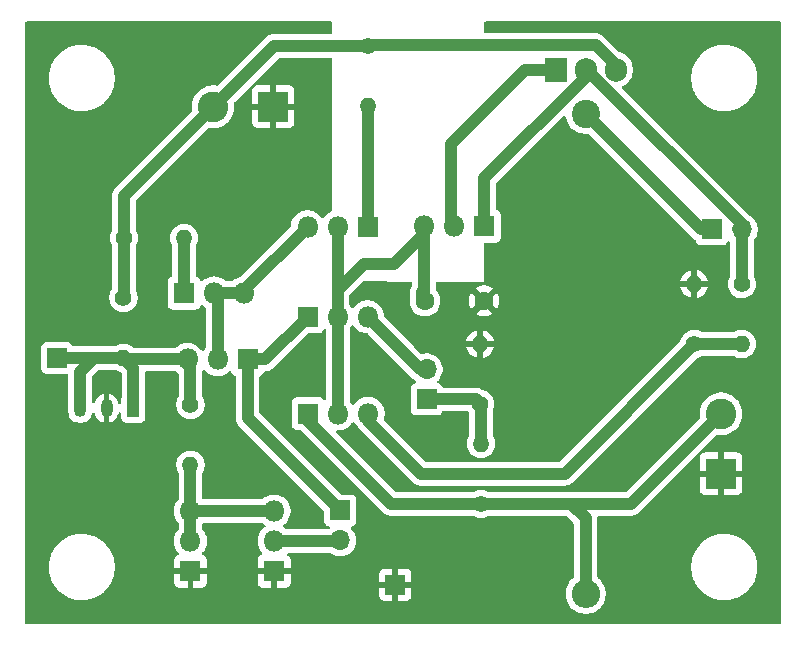
<source format=gbr>
%TF.GenerationSoftware,KiCad,Pcbnew,9.0.0*%
%TF.CreationDate,2025-04-30T11:50:22-03:00*%
%TF.ProjectId,Regulador Lineal,52656775-6c61-4646-9f72-204c696e6561,rev?*%
%TF.SameCoordinates,Original*%
%TF.FileFunction,Copper,L2,Bot*%
%TF.FilePolarity,Positive*%
%FSLAX46Y46*%
G04 Gerber Fmt 4.6, Leading zero omitted, Abs format (unit mm)*
G04 Created by KiCad (PCBNEW 9.0.0) date 2025-04-30 11:50:22*
%MOMM*%
%LPD*%
G01*
G04 APERTURE LIST*
%TA.AperFunction,ComponentPad*%
%ADD10R,1.800000X1.800000*%
%TD*%
%TA.AperFunction,ComponentPad*%
%ADD11O,1.800000X1.800000*%
%TD*%
%TA.AperFunction,ComponentPad*%
%ADD12C,1.400000*%
%TD*%
%TA.AperFunction,ComponentPad*%
%ADD13O,1.400000X1.400000*%
%TD*%
%TA.AperFunction,ComponentPad*%
%ADD14R,2.600000X2.600000*%
%TD*%
%TA.AperFunction,ComponentPad*%
%ADD15C,2.600000*%
%TD*%
%TA.AperFunction,ComponentPad*%
%ADD16R,1.700000X1.700000*%
%TD*%
%TA.AperFunction,ComponentPad*%
%ADD17O,1.700000X1.700000*%
%TD*%
%TA.AperFunction,ComponentPad*%
%ADD18C,2.400000*%
%TD*%
%TA.AperFunction,ComponentPad*%
%ADD19O,2.400000X2.400000*%
%TD*%
%TA.AperFunction,ComponentPad*%
%ADD20R,1.905000X2.000000*%
%TD*%
%TA.AperFunction,ComponentPad*%
%ADD21O,1.905000X2.000000*%
%TD*%
%TA.AperFunction,ComponentPad*%
%ADD22C,1.600000*%
%TD*%
%TA.AperFunction,ComponentPad*%
%ADD23R,1.050000X1.500000*%
%TD*%
%TA.AperFunction,ComponentPad*%
%ADD24O,1.050000X1.500000*%
%TD*%
%TA.AperFunction,Conductor*%
%ADD25C,1.000000*%
%TD*%
%TA.AperFunction,Conductor*%
%ADD26C,0.200000*%
%TD*%
G04 APERTURE END LIST*
D10*
%TO.P,Q2,1,E*%
%TO.N,Net-(Q2-E)*%
X224080000Y-60360000D03*
D11*
%TO.P,Q2,2,C*%
%TO.N,Net-(Q2-C)*%
X221540000Y-60360000D03*
%TO.P,Q2,3,B*%
%TO.N,Net-(Q1-B)*%
X219000000Y-60360000D03*
%TD*%
D10*
%TO.P,Q8,1,E*%
%TO.N,GND*%
X216160000Y-89520000D03*
D11*
%TO.P,Q8,2,C*%
%TO.N,Net-(J2-Pin_2)*%
X216160000Y-86980000D03*
%TO.P,Q8,3,B*%
%TO.N,Net-(Q10-B)*%
X216160000Y-84440000D03*
%TD*%
D12*
%TO.P,R8,1*%
%TO.N,Net-(J7-Pin_2)*%
X203460000Y-61316982D03*
D13*
%TO.P,R8,2*%
%TO.N,Net-(Q1-E)*%
X208540000Y-61316982D03*
%TD*%
D14*
%TO.P,J5,1,Pin_1*%
%TO.N,GND*%
X254000000Y-81280000D03*
D15*
%TO.P,J5,2,Pin_2*%
%TO.N,Net-(J5-Pin_2)*%
X254000000Y-76200000D03*
%TD*%
D16*
%TO.P,J1,1,Pin_1*%
%TO.N,Net-(J1-Pin_1)*%
X253215157Y-60597088D03*
D17*
%TO.P,J1,2,Pin_2*%
%TO.N,Net-(J1-Pin_2)*%
X255755157Y-60597088D03*
%TD*%
D12*
%TO.P,R2,1*%
%TO.N,Net-(Q7-B)*%
X251735881Y-70297663D03*
D13*
%TO.P,R2,2*%
%TO.N,GND*%
X251735881Y-65217663D03*
%TD*%
D16*
%TO.P,J2,1,Pin_1*%
%TO.N,Net-(J2-Pin_1)*%
X221763496Y-84392275D03*
D17*
%TO.P,J2,2,Pin_2*%
%TO.N,Net-(J2-Pin_2)*%
X221763496Y-86932275D03*
%TD*%
D12*
%TO.P,R9,1*%
%TO.N,Net-(J7-Pin_2)*%
X224143694Y-45042282D03*
D13*
%TO.P,R9,2*%
%TO.N,Net-(Q2-E)*%
X224143694Y-50122282D03*
%TD*%
D18*
%TO.P,R4,1*%
%TO.N,Net-(J1-Pin_1)*%
X242536485Y-50800000D03*
D19*
%TO.P,R4,2*%
%TO.N,Net-(J5-Pin_2)*%
X242536485Y-91440000D03*
%TD*%
D20*
%TO.P,Q5,1,B*%
%TO.N,Net-(Q5-B)*%
X240000000Y-47069233D03*
D21*
%TO.P,Q5,2,C*%
%TO.N,Net-(J1-Pin_2)*%
X242540000Y-47069233D03*
%TO.P,Q5,3,E*%
%TO.N,Net-(J7-Pin_2)*%
X245080000Y-47069233D03*
%TD*%
D12*
%TO.P,R7,1*%
%TO.N,Net-(J1-Pin_2)*%
X255755157Y-65217663D03*
D13*
%TO.P,R7,2*%
%TO.N,Net-(Q7-B)*%
X255755157Y-70297663D03*
%TD*%
D10*
%TO.P,Q1,1,E*%
%TO.N,Net-(Q1-E)*%
X208540000Y-65980000D03*
D11*
%TO.P,Q1,2,C*%
%TO.N,Net-(Q1-B)*%
X211080000Y-65980000D03*
%TO.P,Q1,3,B*%
X213620000Y-65980000D03*
%TD*%
D16*
%TO.P,J6,1,Pin_1*%
%TO.N,Net-(J6-Pin_1)*%
X197785773Y-71470433D03*
%TD*%
D22*
%TO.P,C4,1*%
%TO.N,GND*%
X233940000Y-66637069D03*
%TO.P,C4,2*%
%TO.N,Net-(Q2-C)*%
X228940000Y-66637069D03*
%TD*%
D14*
%TO.P,J7,1,Pin_1*%
%TO.N,GND*%
X216080000Y-50200000D03*
D15*
%TO.P,J7,2,Pin_2*%
%TO.N,Net-(J7-Pin_2)*%
X211000000Y-50200000D03*
%TD*%
D10*
%TO.P,Q3,1,E*%
%TO.N,Net-(J2-Pin_1)*%
X213920000Y-71605000D03*
D11*
%TO.P,Q3,2,C*%
%TO.N,Net-(Q1-B)*%
X211380000Y-71605000D03*
%TO.P,Q3,3,B*%
%TO.N,Net-(J6-Pin_1)*%
X208840000Y-71605000D03*
%TD*%
D12*
%TO.P,R6,1*%
%TO.N,Net-(J3-Pin_1)*%
X233607008Y-75354141D03*
D13*
%TO.P,R6,2*%
%TO.N,GND*%
X233607008Y-70274141D03*
%TD*%
D10*
%TO.P,Q10,1,E*%
%TO.N,GND*%
X209080000Y-89520000D03*
D11*
%TO.P,Q10,2,C*%
%TO.N,Net-(Q10-B)*%
X209080000Y-86980000D03*
%TO.P,Q10,3,B*%
X209080000Y-84440000D03*
%TD*%
D16*
%TO.P,J3,1,Pin_1*%
%TO.N,Net-(J3-Pin_1)*%
X229080000Y-74980000D03*
D17*
%TO.P,J3,2,Pin_2*%
%TO.N,Net-(J3-Pin_2)*%
X229080000Y-72440000D03*
%TD*%
D10*
%TO.P,Q6,1,E*%
%TO.N,Net-(J1-Pin_2)*%
X233940000Y-60326231D03*
D11*
%TO.P,Q6,2,C*%
%TO.N,Net-(Q5-B)*%
X231400000Y-60326231D03*
%TO.P,Q6,3,B*%
%TO.N,Net-(Q2-C)*%
X228860000Y-60326231D03*
%TD*%
D10*
%TO.P,Q4,1,E*%
%TO.N,Net-(J2-Pin_1)*%
X219000000Y-67980000D03*
D11*
%TO.P,Q4,2,C*%
%TO.N,Net-(Q2-C)*%
X221540000Y-67980000D03*
%TO.P,Q4,3,B*%
%TO.N,Net-(J3-Pin_2)*%
X224080000Y-67980000D03*
%TD*%
D12*
%TO.P,R1,1*%
%TO.N,Net-(J6-Pin_1)*%
X209080000Y-75440000D03*
D13*
%TO.P,R1,2*%
%TO.N,Net-(Q10-B)*%
X209080000Y-80520000D03*
%TD*%
D23*
%TO.P,U1,1,REF*%
%TO.N,Net-(J6-Pin_1)*%
X204245684Y-75725278D03*
D24*
%TO.P,U1,2,A*%
%TO.N,GND*%
X201975684Y-75725278D03*
%TO.P,U1,3,K*%
%TO.N,Net-(J6-Pin_1)*%
X199745684Y-75725278D03*
%TD*%
D10*
%TO.P,Q7,1,E*%
%TO.N,Net-(J5-Pin_2)*%
X219048641Y-76180000D03*
D11*
%TO.P,Q7,2,C*%
%TO.N,Net-(Q2-C)*%
X221588641Y-76180000D03*
%TO.P,Q7,3,B*%
%TO.N,Net-(Q7-B)*%
X224128641Y-76180000D03*
%TD*%
D12*
%TO.P,R5,1*%
%TO.N,Net-(J5-Pin_2)*%
X233680000Y-83820000D03*
D13*
%TO.P,R5,2*%
%TO.N,Net-(J3-Pin_1)*%
X233680000Y-78740000D03*
%TD*%
D12*
%TO.P,R3,1*%
%TO.N,Net-(J7-Pin_2)*%
X203408244Y-66383724D03*
D13*
%TO.P,R3,2*%
%TO.N,Net-(J6-Pin_1)*%
X203408244Y-71463724D03*
%TD*%
D16*
%TO.P,J4,1,Pin_1*%
%TO.N,GND*%
X226424118Y-90672736D03*
%TD*%
D25*
%TO.N,Net-(Q2-E)*%
X224143694Y-50122282D02*
X224143694Y-60296306D01*
D26*
X224104854Y-60335146D02*
X224080000Y-60360000D01*
D25*
X224143694Y-60296306D02*
X224080000Y-60360000D01*
%TO.N,Net-(J5-Pin_2)*%
X243840000Y-83820000D02*
X246380000Y-83820000D01*
X242536485Y-85056485D02*
X241300000Y-83820000D01*
X242536485Y-91440000D02*
X242536485Y-85056485D01*
X233680000Y-83820000D02*
X226060000Y-83820000D01*
X233680000Y-83820000D02*
X241300000Y-83820000D01*
X246380000Y-83820000D02*
X254000000Y-76200000D01*
X226060000Y-83820000D02*
X219048641Y-76808641D01*
X219048641Y-76808641D02*
X219048641Y-76180000D01*
X241300000Y-83820000D02*
X243840000Y-83820000D01*
%TO.N,Net-(J7-Pin_2)*%
X224143694Y-45042282D02*
X216157718Y-45042282D01*
X245080000Y-46680000D02*
X243380000Y-44980000D01*
X203460000Y-57740000D02*
X211000000Y-50200000D01*
X203460000Y-61316982D02*
X203460000Y-57740000D01*
X224205976Y-44980000D02*
X224143694Y-45042282D01*
X216157718Y-45042282D02*
X211000000Y-50200000D01*
X203460000Y-61316982D02*
X203460000Y-66331968D01*
D26*
X203460000Y-66331968D02*
X203408244Y-66383724D01*
D25*
X243380000Y-44980000D02*
X224205976Y-44980000D01*
%TO.N,Net-(J6-Pin_1)*%
X203408244Y-71463724D02*
X203401535Y-71470433D01*
X200920000Y-71470433D02*
X197785773Y-71470433D01*
X204245684Y-72301164D02*
X203408244Y-71463724D01*
X209080000Y-71845000D02*
X208840000Y-71605000D01*
X199745684Y-72644749D02*
X200920000Y-71470433D01*
D26*
X203460000Y-71515480D02*
X203408244Y-71463724D01*
X203206708Y-71665260D02*
X203408244Y-71463724D01*
D25*
X208840000Y-71605000D02*
X203549520Y-71605000D01*
X204245684Y-75725278D02*
X204245684Y-72301164D01*
D26*
X200705684Y-71684749D02*
X200920000Y-71470433D01*
D25*
X209080000Y-75440000D02*
X209080000Y-71845000D01*
X203549520Y-71605000D02*
X203408244Y-71463724D01*
X199745684Y-75725278D02*
X199745684Y-72644749D01*
X203401535Y-71470433D02*
X200920000Y-71470433D01*
%TO.N,Net-(J1-Pin_1)*%
X252333573Y-60597088D02*
X242536485Y-50800000D01*
X253215157Y-60597088D02*
X252333573Y-60597088D01*
%TO.N,Net-(Q1-B)*%
X211380000Y-71605000D02*
X211380000Y-66280000D01*
X211080000Y-65980000D02*
X213620000Y-65980000D01*
X213620000Y-65980000D02*
X213620000Y-65740000D01*
X213620000Y-65740000D02*
X219000000Y-60360000D01*
D26*
X211380000Y-66280000D02*
X211080000Y-65980000D01*
X211580000Y-65480000D02*
X211080000Y-65980000D01*
D25*
%TO.N,Net-(Q7-B)*%
X251735881Y-70297663D02*
X240753544Y-81280000D01*
X228600000Y-81280000D02*
X224128641Y-76808641D01*
X255755157Y-70297663D02*
X251735881Y-70297663D01*
X224128641Y-76808641D02*
X224128641Y-76180000D01*
X240753544Y-81280000D02*
X228600000Y-81280000D01*
%TO.N,Net-(Q10-B)*%
X209080000Y-84440000D02*
X209080000Y-86980000D01*
X209080000Y-84440000D02*
X209080000Y-80520000D01*
X216080000Y-84440000D02*
X209080000Y-84440000D01*
%TO.N,Net-(Q1-E)*%
X208540000Y-61316982D02*
X208540000Y-65980000D01*
D26*
%TO.N,Net-(Q2-C)*%
X228707326Y-66637069D02*
X228860000Y-66484395D01*
D25*
X221540000Y-63480000D02*
X221540000Y-60360000D01*
D26*
X228860000Y-60326231D02*
X228826231Y-60360000D01*
D25*
X228860000Y-66484395D02*
X228860000Y-60326231D01*
X226320000Y-63480000D02*
X228860000Y-60940000D01*
X221588641Y-68028641D02*
X221588641Y-76180000D01*
X221540000Y-67980000D02*
X221540000Y-63480000D01*
D26*
X228895442Y-60361673D02*
X228860000Y-60326231D01*
D25*
X228707326Y-65867326D02*
X228707326Y-66637069D01*
X221540000Y-67980000D02*
X221588641Y-68028641D01*
X221540000Y-65720000D02*
X223780000Y-63480000D01*
X223780000Y-63480000D02*
X226320000Y-63480000D01*
X221540000Y-67980000D02*
X221540000Y-65720000D01*
X228860000Y-60940000D02*
X228860000Y-60326231D01*
%TO.N,Net-(Q5-B)*%
X231140000Y-60066231D02*
X231400000Y-60326231D01*
X240000000Y-47069233D02*
X237410767Y-47069233D01*
D26*
X240000000Y-47980000D02*
X239280000Y-47980000D01*
D25*
X237410767Y-47069233D02*
X231140000Y-53340000D01*
X231140000Y-53340000D02*
X231140000Y-60066231D01*
D26*
%TO.N,Net-(J2-Pin_1)*%
X221763496Y-84392275D02*
X221763496Y-84323496D01*
D25*
X213920000Y-76548779D02*
X221763496Y-84392275D01*
X213920000Y-71605000D02*
X215375000Y-71605000D01*
X213920000Y-71605000D02*
X213920000Y-76548779D01*
X215375000Y-71605000D02*
X219000000Y-67980000D01*
%TO.N,Net-(J3-Pin_1)*%
X229080000Y-74980000D02*
X233232867Y-74980000D01*
X233680000Y-75427133D02*
X233607008Y-75354141D01*
X233680000Y-78740000D02*
X233680000Y-75427133D01*
X233232867Y-74980000D02*
X233607008Y-75354141D01*
%TO.N,Net-(J3-Pin_2)*%
X229080000Y-72440000D02*
X228540000Y-72440000D01*
X228540000Y-72440000D02*
X224080000Y-67980000D01*
%TO.N,Net-(J2-Pin_2)*%
X216160000Y-86980000D02*
X221715771Y-86980000D01*
D26*
X221715771Y-86980000D02*
X221763496Y-86932275D01*
D25*
%TO.N,Net-(J1-Pin_2)*%
X255755157Y-65217663D02*
X255755157Y-60597088D01*
X242540000Y-47668805D02*
X233940000Y-56268805D01*
X255755157Y-60175157D02*
X242649233Y-47069233D01*
X242649233Y-47069233D02*
X242540000Y-47069233D01*
X255755157Y-60597088D02*
X255755157Y-60175157D01*
X233786243Y-60172474D02*
X233940000Y-60326231D01*
X233940000Y-56268805D02*
X233940000Y-60326231D01*
X242540000Y-47069233D02*
X242540000Y-47668805D01*
%TD*%
%TA.AperFunction,Conductor*%
%TO.N,GND*%
G36*
X221023039Y-43000185D02*
G01*
X221068794Y-43052989D01*
X221080000Y-43104500D01*
X221080000Y-43917782D01*
X221060315Y-43984821D01*
X221007511Y-44030576D01*
X220956000Y-44041782D01*
X216059173Y-44041782D01*
X215962530Y-44061006D01*
X215865885Y-44080229D01*
X215865879Y-44080231D01*
X215812552Y-44102319D01*
X215812552Y-44102320D01*
X215769636Y-44120096D01*
X215683802Y-44155650D01*
X215683801Y-44155650D01*
X215560763Y-44237861D01*
X215560764Y-44237862D01*
X215519936Y-44265141D01*
X215519933Y-44265144D01*
X211397690Y-48387388D01*
X211336367Y-48420873D01*
X211293824Y-48422646D01*
X211118021Y-48399501D01*
X211118016Y-48399500D01*
X211118011Y-48399500D01*
X210881989Y-48399500D01*
X210881983Y-48399500D01*
X210881979Y-48399501D01*
X210647989Y-48430306D01*
X210420006Y-48491394D01*
X210201954Y-48581714D01*
X210201943Y-48581719D01*
X209997545Y-48699730D01*
X209810302Y-48843406D01*
X209810295Y-48843412D01*
X209643412Y-49010295D01*
X209643406Y-49010302D01*
X209499730Y-49197545D01*
X209381719Y-49401943D01*
X209381714Y-49401954D01*
X209291394Y-49620006D01*
X209230306Y-49847989D01*
X209199501Y-50081979D01*
X209199500Y-50081995D01*
X209199500Y-50318004D01*
X209199501Y-50318021D01*
X209222645Y-50493824D01*
X209211879Y-50562860D01*
X209187387Y-50597690D01*
X204293415Y-55491664D01*
X202822220Y-56962859D01*
X202822218Y-56962861D01*
X202752538Y-57032540D01*
X202682859Y-57102219D01*
X202573371Y-57266079D01*
X202573364Y-57266092D01*
X202497950Y-57448160D01*
X202497947Y-57448170D01*
X202459500Y-57641456D01*
X202459500Y-60611348D01*
X202439815Y-60678387D01*
X202435821Y-60684229D01*
X202433242Y-60687778D01*
X202347454Y-60856145D01*
X202289059Y-61035863D01*
X202259500Y-61222495D01*
X202259500Y-61411468D01*
X202289059Y-61598100D01*
X202347454Y-61777818D01*
X202405065Y-61890885D01*
X202433240Y-61946181D01*
X202435814Y-61949724D01*
X202459297Y-62015528D01*
X202459500Y-62022614D01*
X202459500Y-65606855D01*
X202439815Y-65673894D01*
X202435823Y-65679733D01*
X202424182Y-65695756D01*
X202381484Y-65754524D01*
X202295698Y-65922887D01*
X202237303Y-66102605D01*
X202207744Y-66289237D01*
X202207744Y-66478210D01*
X202237303Y-66664842D01*
X202295698Y-66844560D01*
X202374499Y-66999214D01*
X202381484Y-67012923D01*
X202492554Y-67165797D01*
X202626171Y-67299414D01*
X202779045Y-67410484D01*
X202841670Y-67442393D01*
X202947407Y-67496269D01*
X202947409Y-67496269D01*
X202947412Y-67496271D01*
X203043741Y-67527570D01*
X203127125Y-67554664D01*
X203313758Y-67584224D01*
X203313763Y-67584224D01*
X203502730Y-67584224D01*
X203689362Y-67554664D01*
X203869076Y-67496271D01*
X204037443Y-67410484D01*
X204190317Y-67299414D01*
X204323934Y-67165797D01*
X204435004Y-67012923D01*
X204520791Y-66844556D01*
X204579184Y-66664842D01*
X204583583Y-66637068D01*
X204608744Y-66478210D01*
X204608744Y-66289237D01*
X204579184Y-66102605D01*
X204531455Y-65955713D01*
X204520791Y-65922892D01*
X204520789Y-65922889D01*
X204520789Y-65922887D01*
X204474015Y-65831088D01*
X204460500Y-65774793D01*
X204460500Y-62022614D01*
X204480185Y-61955575D01*
X204484177Y-61949735D01*
X204486760Y-61946181D01*
X204572547Y-61777814D01*
X204630940Y-61598100D01*
X204633209Y-61583775D01*
X204660500Y-61411468D01*
X204660500Y-61222495D01*
X204630940Y-61035863D01*
X204572545Y-60856145D01*
X204486757Y-60687778D01*
X204484179Y-60684229D01*
X204460702Y-60618421D01*
X204460500Y-60611348D01*
X204460500Y-58205782D01*
X204480185Y-58138743D01*
X204496819Y-58118101D01*
X207123256Y-55491664D01*
X210602310Y-52012609D01*
X210663631Y-51979126D01*
X210706170Y-51977353D01*
X210869681Y-51998879D01*
X210881973Y-52000498D01*
X210881989Y-52000500D01*
X210881996Y-52000500D01*
X211118004Y-52000500D01*
X211118011Y-52000500D01*
X211352014Y-51969693D01*
X211579993Y-51908606D01*
X211798049Y-51818284D01*
X212002450Y-51700273D01*
X212189699Y-51556592D01*
X212356592Y-51389699D01*
X212500273Y-51202450D01*
X212618284Y-50998049D01*
X212708606Y-50779993D01*
X212769693Y-50552014D01*
X212800500Y-50318011D01*
X212800500Y-50081989D01*
X212777353Y-49906171D01*
X212788118Y-49837138D01*
X212812608Y-49802310D01*
X213762764Y-48852155D01*
X214280000Y-48852155D01*
X214280000Y-49950000D01*
X215479999Y-49950000D01*
X215454979Y-50010402D01*
X215430000Y-50135981D01*
X215430000Y-50264019D01*
X215454979Y-50389598D01*
X215479999Y-50450000D01*
X214280000Y-50450000D01*
X214280000Y-51547844D01*
X214286401Y-51607372D01*
X214286403Y-51607379D01*
X214336645Y-51742086D01*
X214336649Y-51742093D01*
X214422809Y-51857187D01*
X214422812Y-51857190D01*
X214537906Y-51943350D01*
X214537913Y-51943354D01*
X214672620Y-51993596D01*
X214672627Y-51993598D01*
X214732155Y-51999999D01*
X214732172Y-52000000D01*
X215830000Y-52000000D01*
X215830000Y-50800001D01*
X215890402Y-50825021D01*
X216015981Y-50850000D01*
X216144019Y-50850000D01*
X216269598Y-50825021D01*
X216330000Y-50800001D01*
X216330000Y-52000000D01*
X217427828Y-52000000D01*
X217427844Y-51999999D01*
X217487372Y-51993598D01*
X217487379Y-51993596D01*
X217622086Y-51943354D01*
X217622093Y-51943350D01*
X217737187Y-51857190D01*
X217737190Y-51857187D01*
X217823350Y-51742093D01*
X217823354Y-51742086D01*
X217873596Y-51607379D01*
X217873598Y-51607372D01*
X217879999Y-51547844D01*
X217880000Y-51547827D01*
X217880000Y-50450000D01*
X216680001Y-50450000D01*
X216705021Y-50389598D01*
X216730000Y-50264019D01*
X216730000Y-50135981D01*
X216705021Y-50010402D01*
X216680001Y-49950000D01*
X217880000Y-49950000D01*
X217880000Y-48852172D01*
X217879999Y-48852155D01*
X217873598Y-48792627D01*
X217873596Y-48792620D01*
X217823354Y-48657913D01*
X217823350Y-48657906D01*
X217737190Y-48542812D01*
X217737187Y-48542809D01*
X217622093Y-48456649D01*
X217622086Y-48456645D01*
X217487379Y-48406403D01*
X217487372Y-48406401D01*
X217427844Y-48400000D01*
X216330000Y-48400000D01*
X216330000Y-49599998D01*
X216269598Y-49574979D01*
X216144019Y-49550000D01*
X216015981Y-49550000D01*
X215890402Y-49574979D01*
X215830000Y-49599998D01*
X215830000Y-48400000D01*
X214732155Y-48400000D01*
X214672627Y-48406401D01*
X214672620Y-48406403D01*
X214537913Y-48456645D01*
X214537911Y-48456646D01*
X214422894Y-48542748D01*
X214422748Y-48542894D01*
X214336646Y-48657911D01*
X214336645Y-48657913D01*
X214286403Y-48792620D01*
X214286401Y-48792627D01*
X214280000Y-48852155D01*
X213762764Y-48852155D01*
X216535820Y-46079101D01*
X216597143Y-46045616D01*
X216623501Y-46042782D01*
X220956000Y-46042782D01*
X221023039Y-46062467D01*
X221068794Y-46115271D01*
X221080000Y-46166782D01*
X221080000Y-58947105D01*
X221060315Y-59014144D01*
X221007511Y-59059899D01*
X221003470Y-59061659D01*
X221002404Y-59062100D01*
X221002394Y-59062104D01*
X221002394Y-59062105D01*
X220872253Y-59128416D01*
X220805974Y-59162187D01*
X220627641Y-59291752D01*
X220627636Y-59291756D01*
X220471756Y-59447636D01*
X220471752Y-59447641D01*
X220370318Y-59587254D01*
X220314988Y-59629920D01*
X220245375Y-59635899D01*
X220183580Y-59603293D01*
X220169682Y-59587254D01*
X220068247Y-59447641D01*
X220068243Y-59447636D01*
X219912363Y-59291756D01*
X219912358Y-59291752D01*
X219734025Y-59162187D01*
X219734024Y-59162186D01*
X219734022Y-59162185D01*
X219616795Y-59102454D01*
X219537606Y-59062104D01*
X219537603Y-59062103D01*
X219327952Y-58993985D01*
X219219086Y-58976742D01*
X219110222Y-58959500D01*
X218889778Y-58959500D01*
X218817201Y-58970995D01*
X218672047Y-58993985D01*
X218462396Y-59062103D01*
X218462393Y-59062104D01*
X218265974Y-59162187D01*
X218087641Y-59291752D01*
X218087636Y-59291756D01*
X217931756Y-59447636D01*
X217931752Y-59447641D01*
X217802187Y-59625974D01*
X217702104Y-59822393D01*
X217702103Y-59822396D01*
X217633985Y-60032047D01*
X217599500Y-60249778D01*
X217599500Y-60294217D01*
X217579815Y-60361256D01*
X217563181Y-60381898D01*
X213366931Y-64578147D01*
X213305608Y-64611632D01*
X213298653Y-64612938D01*
X213292054Y-64613983D01*
X213292052Y-64613983D01*
X213082399Y-64682102D01*
X213082393Y-64682104D01*
X212885974Y-64782187D01*
X212707641Y-64911752D01*
X212707636Y-64911756D01*
X212676212Y-64943181D01*
X212614889Y-64976666D01*
X212588531Y-64979500D01*
X212111469Y-64979500D01*
X212044430Y-64959815D01*
X212023788Y-64943181D01*
X211992363Y-64911756D01*
X211992358Y-64911752D01*
X211814025Y-64782187D01*
X211814024Y-64782186D01*
X211814022Y-64782185D01*
X211696791Y-64722452D01*
X211617606Y-64682104D01*
X211617603Y-64682103D01*
X211407952Y-64613985D01*
X211246818Y-64588464D01*
X211190222Y-64579500D01*
X210969778Y-64579500D01*
X210913182Y-64588464D01*
X210752047Y-64613985D01*
X210542396Y-64682103D01*
X210542393Y-64682104D01*
X210345974Y-64782187D01*
X210167641Y-64911752D01*
X210167636Y-64911756D01*
X210117463Y-64961929D01*
X210056140Y-64995413D01*
X209986448Y-64990428D01*
X209930515Y-64948557D01*
X209913601Y-64917580D01*
X209883797Y-64837671D01*
X209883793Y-64837664D01*
X209797547Y-64722455D01*
X209797544Y-64722452D01*
X209682335Y-64636206D01*
X209682328Y-64636202D01*
X209621167Y-64613391D01*
X209565233Y-64571520D01*
X209540816Y-64506056D01*
X209540500Y-64497209D01*
X209540500Y-62022614D01*
X209560185Y-61955575D01*
X209564177Y-61949735D01*
X209566760Y-61946181D01*
X209652547Y-61777814D01*
X209710940Y-61598100D01*
X209713209Y-61583775D01*
X209740500Y-61411468D01*
X209740500Y-61222495D01*
X209710940Y-61035863D01*
X209652545Y-60856145D01*
X209566759Y-60687782D01*
X209542347Y-60654182D01*
X209455690Y-60534909D01*
X209322073Y-60401292D01*
X209169199Y-60290222D01*
X209000836Y-60204436D01*
X208821118Y-60146041D01*
X208634486Y-60116482D01*
X208634481Y-60116482D01*
X208445519Y-60116482D01*
X208445514Y-60116482D01*
X208258881Y-60146041D01*
X208079163Y-60204436D01*
X207910800Y-60290222D01*
X207823579Y-60353592D01*
X207757927Y-60401292D01*
X207757925Y-60401294D01*
X207757924Y-60401294D01*
X207624312Y-60534906D01*
X207624312Y-60534907D01*
X207624310Y-60534909D01*
X207576610Y-60600561D01*
X207513240Y-60687782D01*
X207427454Y-60856145D01*
X207369059Y-61035863D01*
X207339500Y-61222495D01*
X207339500Y-61411468D01*
X207369059Y-61598100D01*
X207427454Y-61777818D01*
X207485065Y-61890885D01*
X207513240Y-61946181D01*
X207515814Y-61949724D01*
X207539297Y-62015528D01*
X207539500Y-62022614D01*
X207539500Y-64497209D01*
X207519815Y-64564248D01*
X207467011Y-64610003D01*
X207458833Y-64613391D01*
X207397671Y-64636202D01*
X207397664Y-64636206D01*
X207282455Y-64722452D01*
X207282452Y-64722455D01*
X207196206Y-64837664D01*
X207196202Y-64837671D01*
X207145908Y-64972517D01*
X207139501Y-65032116D01*
X207139500Y-65032135D01*
X207139500Y-66927870D01*
X207139501Y-66927876D01*
X207145908Y-66987483D01*
X207196202Y-67122328D01*
X207196206Y-67122335D01*
X207282452Y-67237544D01*
X207282455Y-67237547D01*
X207397664Y-67323793D01*
X207397671Y-67323797D01*
X207532517Y-67374091D01*
X207532516Y-67374091D01*
X207539444Y-67374835D01*
X207592127Y-67380500D01*
X209487872Y-67380499D01*
X209547483Y-67374091D01*
X209682331Y-67323796D01*
X209797546Y-67237546D01*
X209883796Y-67122331D01*
X209893686Y-67095814D01*
X209913601Y-67042420D01*
X209955471Y-66986486D01*
X210020936Y-66962068D01*
X210089209Y-66976919D01*
X210117464Y-66998071D01*
X210167635Y-67048242D01*
X210328386Y-67165034D01*
X210371051Y-67220362D01*
X210379500Y-67265351D01*
X210379500Y-70573531D01*
X210372894Y-70596027D01*
X210370716Y-70619370D01*
X210362272Y-70632200D01*
X210359815Y-70640570D01*
X210353135Y-70649973D01*
X210348499Y-70655893D01*
X210311758Y-70692635D01*
X210209025Y-70834035D01*
X210207635Y-70835811D01*
X210180953Y-70854897D01*
X210154988Y-70874920D01*
X210152687Y-70875117D01*
X210150808Y-70876462D01*
X210118044Y-70878093D01*
X210085375Y-70880899D01*
X210083332Y-70879821D01*
X210081025Y-70879936D01*
X210052584Y-70863597D01*
X210023580Y-70848293D01*
X210021235Y-70845587D01*
X210020441Y-70845131D01*
X210019847Y-70843985D01*
X210009682Y-70832254D01*
X209908247Y-70692641D01*
X209908243Y-70692636D01*
X209752363Y-70536756D01*
X209752358Y-70536752D01*
X209574025Y-70407187D01*
X209574024Y-70407186D01*
X209574022Y-70407185D01*
X209464810Y-70351538D01*
X209377606Y-70307104D01*
X209377603Y-70307103D01*
X209167952Y-70238985D01*
X209059086Y-70221742D01*
X208950222Y-70204500D01*
X208729778Y-70204500D01*
X208657201Y-70215995D01*
X208512047Y-70238985D01*
X208302396Y-70307103D01*
X208302393Y-70307104D01*
X208105974Y-70407187D01*
X207927641Y-70536752D01*
X207927636Y-70536756D01*
X207896212Y-70568181D01*
X207834889Y-70601666D01*
X207808531Y-70604500D01*
X204298145Y-70604500D01*
X204231106Y-70584815D01*
X204210464Y-70568181D01*
X204190319Y-70548036D01*
X204190317Y-70548034D01*
X204037443Y-70436964D01*
X203869080Y-70351178D01*
X203689362Y-70292783D01*
X203502730Y-70263224D01*
X203502725Y-70263224D01*
X203313763Y-70263224D01*
X203313758Y-70263224D01*
X203127125Y-70292783D01*
X202947407Y-70351178D01*
X202779043Y-70436964D01*
X202766264Y-70446250D01*
X202700457Y-70469731D01*
X202693377Y-70469933D01*
X201018546Y-70469933D01*
X201018541Y-70469932D01*
X200821460Y-70469932D01*
X200821455Y-70469933D01*
X199199914Y-70469933D01*
X199132875Y-70450248D01*
X199087120Y-70397444D01*
X199083742Y-70389292D01*
X199079569Y-70378102D01*
X199079566Y-70378098D01*
X199079566Y-70378097D01*
X198993320Y-70262888D01*
X198993317Y-70262885D01*
X198878108Y-70176639D01*
X198878101Y-70176635D01*
X198743255Y-70126341D01*
X198743256Y-70126341D01*
X198683656Y-70119934D01*
X198683654Y-70119933D01*
X198683646Y-70119933D01*
X198683637Y-70119933D01*
X196887902Y-70119933D01*
X196887896Y-70119934D01*
X196828289Y-70126341D01*
X196693444Y-70176635D01*
X196693437Y-70176639D01*
X196578228Y-70262885D01*
X196578225Y-70262888D01*
X196491979Y-70378097D01*
X196491975Y-70378104D01*
X196441681Y-70512950D01*
X196435274Y-70572549D01*
X196435273Y-70572568D01*
X196435273Y-72368303D01*
X196435274Y-72368309D01*
X196441681Y-72427916D01*
X196491975Y-72562761D01*
X196491979Y-72562768D01*
X196578225Y-72677977D01*
X196578228Y-72677980D01*
X196693437Y-72764226D01*
X196693444Y-72764230D01*
X196828290Y-72814524D01*
X196828289Y-72814524D01*
X196835217Y-72815268D01*
X196887900Y-72820933D01*
X198621184Y-72820932D01*
X198688223Y-72840617D01*
X198733978Y-72893420D01*
X198745184Y-72944932D01*
X198745184Y-75261379D01*
X198742801Y-75285570D01*
X198720184Y-75399271D01*
X198720184Y-76051285D01*
X198759591Y-76249397D01*
X198759593Y-76249405D01*
X198836896Y-76436030D01*
X198836901Y-76436040D01*
X198949125Y-76603996D01*
X199091965Y-76746836D01*
X199259921Y-76859060D01*
X199259925Y-76859062D01*
X199259928Y-76859064D01*
X199446557Y-76936369D01*
X199612461Y-76969369D01*
X199644676Y-76975777D01*
X199644680Y-76975778D01*
X199644681Y-76975778D01*
X199846688Y-76975778D01*
X199846689Y-76975777D01*
X200044811Y-76936369D01*
X200231440Y-76859064D01*
X200232108Y-76858618D01*
X200399402Y-76746836D01*
X200542242Y-76603996D01*
X200654466Y-76436040D01*
X200654466Y-76436039D01*
X200654470Y-76436034D01*
X200731775Y-76249405D01*
X200739321Y-76211466D01*
X200771704Y-76149557D01*
X200832419Y-76114981D01*
X200902188Y-76118719D01*
X200958861Y-76159584D01*
X200982555Y-76211464D01*
X200990072Y-76249254D01*
X200990074Y-76249261D01*
X201067336Y-76435791D01*
X201067343Y-76435804D01*
X201179513Y-76603677D01*
X201179516Y-76603681D01*
X201322280Y-76746445D01*
X201322284Y-76746448D01*
X201490157Y-76858618D01*
X201490170Y-76858625D01*
X201676700Y-76935887D01*
X201676709Y-76935890D01*
X201725684Y-76945631D01*
X201725684Y-76005608D01*
X201745429Y-76025353D01*
X201830939Y-76074722D01*
X201926314Y-76100278D01*
X202025054Y-76100278D01*
X202120429Y-76074722D01*
X202205939Y-76025353D01*
X202225684Y-76005608D01*
X202225684Y-76945630D01*
X202274658Y-76935890D01*
X202274667Y-76935887D01*
X202461197Y-76858625D01*
X202461210Y-76858618D01*
X202629083Y-76746448D01*
X202629087Y-76746445D01*
X202771851Y-76603681D01*
X202771854Y-76603677D01*
X202884024Y-76435804D01*
X202884031Y-76435791D01*
X202961293Y-76249261D01*
X202961293Y-76249260D01*
X202974566Y-76182531D01*
X203006951Y-76120620D01*
X203067666Y-76086045D01*
X203137435Y-76089784D01*
X203194108Y-76130649D01*
X203219690Y-76195667D01*
X203220184Y-76206721D01*
X203220184Y-76523147D01*
X203220185Y-76523154D01*
X203226592Y-76582761D01*
X203276886Y-76717606D01*
X203276890Y-76717613D01*
X203363136Y-76832822D01*
X203363139Y-76832825D01*
X203478348Y-76919071D01*
X203478355Y-76919075D01*
X203613201Y-76969369D01*
X203613200Y-76969369D01*
X203620128Y-76970113D01*
X203672811Y-76975778D01*
X204818556Y-76975777D01*
X204878167Y-76969369D01*
X205013015Y-76919074D01*
X205128230Y-76832824D01*
X205214480Y-76717609D01*
X205264775Y-76582761D01*
X205271184Y-76523151D01*
X205271183Y-74927406D01*
X205264775Y-74867795D01*
X205254001Y-74838910D01*
X205246184Y-74795578D01*
X205246184Y-72729500D01*
X205265869Y-72662461D01*
X205318673Y-72616706D01*
X205370184Y-72605500D01*
X207808531Y-72605500D01*
X207831553Y-72612260D01*
X207855425Y-72614709D01*
X207867716Y-72622879D01*
X207875570Y-72625185D01*
X207885866Y-72632571D01*
X207891297Y-72636904D01*
X207927635Y-72673242D01*
X208030637Y-72748077D01*
X208032835Y-72749830D01*
X208051358Y-72776233D01*
X208071051Y-72801771D01*
X208071700Y-72805228D01*
X208072962Y-72807027D01*
X208073216Y-72813302D01*
X208079500Y-72846759D01*
X208079500Y-74734366D01*
X208059815Y-74801405D01*
X208055821Y-74807247D01*
X208053242Y-74810796D01*
X207967454Y-74979163D01*
X207909059Y-75158881D01*
X207879500Y-75345513D01*
X207879500Y-75534486D01*
X207909059Y-75721118D01*
X207967454Y-75900836D01*
X208053240Y-76069199D01*
X208164310Y-76222073D01*
X208297927Y-76355690D01*
X208450801Y-76466760D01*
X208530347Y-76507290D01*
X208619163Y-76552545D01*
X208619165Y-76552545D01*
X208619168Y-76552547D01*
X208712153Y-76582760D01*
X208798881Y-76610940D01*
X208985514Y-76640500D01*
X208985519Y-76640500D01*
X209174486Y-76640500D01*
X209361118Y-76610940D01*
X209382489Y-76603996D01*
X209540832Y-76552547D01*
X209709199Y-76466760D01*
X209862073Y-76355690D01*
X209995690Y-76222073D01*
X210106760Y-76069199D01*
X210192547Y-75900832D01*
X210250940Y-75721118D01*
X210280500Y-75534486D01*
X210280500Y-75345513D01*
X210250940Y-75158881D01*
X210215327Y-75049276D01*
X210192547Y-74979168D01*
X210192545Y-74979165D01*
X210192545Y-74979163D01*
X210123373Y-74843406D01*
X210106760Y-74810801D01*
X210106758Y-74810798D01*
X210106757Y-74810796D01*
X210104179Y-74807247D01*
X210080702Y-74741439D01*
X210080500Y-74734366D01*
X210080500Y-72580699D01*
X210100185Y-72513660D01*
X210152989Y-72467905D01*
X210222147Y-72457961D01*
X210285703Y-72486986D01*
X210304819Y-72507815D01*
X210311754Y-72517361D01*
X210467636Y-72673243D01*
X210467641Y-72673247D01*
X210592870Y-72764230D01*
X210645978Y-72802815D01*
X210774375Y-72868237D01*
X210842393Y-72902895D01*
X210842396Y-72902896D01*
X210947221Y-72936955D01*
X211052049Y-72971015D01*
X211269778Y-73005500D01*
X211269779Y-73005500D01*
X211490221Y-73005500D01*
X211490222Y-73005500D01*
X211707951Y-72971015D01*
X211917606Y-72902895D01*
X212114022Y-72802815D01*
X212292365Y-72673242D01*
X212342536Y-72623070D01*
X212403857Y-72589586D01*
X212473548Y-72594570D01*
X212529482Y-72636441D01*
X212546398Y-72667419D01*
X212576202Y-72747328D01*
X212576206Y-72747335D01*
X212662452Y-72862544D01*
X212662455Y-72862547D01*
X212777664Y-72948793D01*
X212777669Y-72948796D01*
X212838833Y-72971608D01*
X212894766Y-73013478D01*
X212919184Y-73078942D01*
X212919500Y-73087790D01*
X212919500Y-76647323D01*
X212957380Y-76837759D01*
X212957949Y-76840615D01*
X212957949Y-76840617D01*
X213033364Y-77022686D01*
X213033371Y-77022699D01*
X213142859Y-77186559D01*
X213142860Y-77186560D01*
X213142861Y-77186561D01*
X213282218Y-77325918D01*
X213282219Y-77325918D01*
X213289286Y-77332985D01*
X213289285Y-77332985D01*
X213289289Y-77332988D01*
X220376677Y-84420377D01*
X220410162Y-84481700D01*
X220412996Y-84508058D01*
X220412996Y-85290145D01*
X220412997Y-85290151D01*
X220419404Y-85349758D01*
X220469698Y-85484603D01*
X220469702Y-85484610D01*
X220555948Y-85599819D01*
X220555951Y-85599822D01*
X220671160Y-85686068D01*
X220671167Y-85686072D01*
X220802578Y-85735085D01*
X220831991Y-85757103D01*
X220858503Y-85776945D01*
X220858505Y-85776950D01*
X220858512Y-85776956D01*
X220870955Y-85810318D01*
X220882928Y-85842406D01*
X220882926Y-85842413D01*
X220882929Y-85842420D01*
X220875271Y-85877625D01*
X220868084Y-85910681D01*
X220868079Y-85910687D01*
X220868078Y-85910693D01*
X220846937Y-85938938D01*
X220842702Y-85943172D01*
X220781385Y-85976663D01*
X220755013Y-85979500D01*
X217191469Y-85979500D01*
X217124430Y-85959815D01*
X217103788Y-85943181D01*
X217072363Y-85911756D01*
X217072358Y-85911752D01*
X216932745Y-85810318D01*
X216890079Y-85754989D01*
X216884100Y-85685375D01*
X216916705Y-85623580D01*
X216932745Y-85609682D01*
X217072358Y-85508247D01*
X217072356Y-85508247D01*
X217072365Y-85508242D01*
X217228242Y-85352365D01*
X217357815Y-85174022D01*
X217457895Y-84977606D01*
X217526015Y-84767951D01*
X217560500Y-84550222D01*
X217560500Y-84329778D01*
X217526015Y-84112049D01*
X217457895Y-83902394D01*
X217457895Y-83902393D01*
X217423237Y-83834375D01*
X217357815Y-83705978D01*
X217341260Y-83683192D01*
X217228247Y-83527641D01*
X217228243Y-83527636D01*
X217072363Y-83371756D01*
X217072358Y-83371752D01*
X216894025Y-83242187D01*
X216894024Y-83242186D01*
X216894022Y-83242185D01*
X216831096Y-83210122D01*
X216697606Y-83142104D01*
X216697603Y-83142103D01*
X216487952Y-83073985D01*
X216325044Y-83048183D01*
X216270222Y-83039500D01*
X216049778Y-83039500D01*
X215994956Y-83048183D01*
X215832047Y-83073985D01*
X215622396Y-83142103D01*
X215622393Y-83142104D01*
X215425974Y-83242187D01*
X215247641Y-83371752D01*
X215247636Y-83371756D01*
X215216212Y-83403181D01*
X215154889Y-83436666D01*
X215128531Y-83439500D01*
X210204500Y-83439500D01*
X210137461Y-83419815D01*
X210091706Y-83367011D01*
X210080500Y-83315500D01*
X210080500Y-81225632D01*
X210100185Y-81158593D01*
X210104177Y-81152753D01*
X210106760Y-81149199D01*
X210192547Y-80980832D01*
X210250940Y-80801118D01*
X210255059Y-80775112D01*
X210280500Y-80614486D01*
X210280500Y-80425513D01*
X210250940Y-80238881D01*
X210192545Y-80059163D01*
X210132083Y-79940500D01*
X210106760Y-79890801D01*
X209995690Y-79737927D01*
X209862073Y-79604310D01*
X209709199Y-79493240D01*
X209683214Y-79480000D01*
X209540836Y-79407454D01*
X209361118Y-79349059D01*
X209174486Y-79319500D01*
X209174481Y-79319500D01*
X208985519Y-79319500D01*
X208985514Y-79319500D01*
X208798881Y-79349059D01*
X208619163Y-79407454D01*
X208450800Y-79493240D01*
X208411113Y-79522075D01*
X208297927Y-79604310D01*
X208297925Y-79604312D01*
X208297924Y-79604312D01*
X208164312Y-79737924D01*
X208164312Y-79737925D01*
X208164310Y-79737927D01*
X208116610Y-79803579D01*
X208053240Y-79890800D01*
X207967454Y-80059163D01*
X207909059Y-80238881D01*
X207879500Y-80425513D01*
X207879500Y-80614486D01*
X207909059Y-80801118D01*
X207967454Y-80980836D01*
X208053239Y-81149198D01*
X208053240Y-81149199D01*
X208055814Y-81152742D01*
X208079297Y-81218546D01*
X208079500Y-81225632D01*
X208079500Y-83408531D01*
X208059815Y-83475570D01*
X208043181Y-83496212D01*
X208011756Y-83527636D01*
X208011752Y-83527641D01*
X207882187Y-83705974D01*
X207782104Y-83902393D01*
X207782103Y-83902396D01*
X207713985Y-84112047D01*
X207713985Y-84112049D01*
X207679500Y-84329778D01*
X207679500Y-84550222D01*
X207686931Y-84597139D01*
X207713985Y-84767952D01*
X207782103Y-84977603D01*
X207782104Y-84977606D01*
X207882187Y-85174025D01*
X208011752Y-85352358D01*
X208011756Y-85352363D01*
X208043181Y-85383788D01*
X208076666Y-85445111D01*
X208079500Y-85471469D01*
X208079500Y-85948531D01*
X208059815Y-86015570D01*
X208043181Y-86036212D01*
X208011756Y-86067636D01*
X208011752Y-86067641D01*
X207882187Y-86245974D01*
X207782104Y-86442393D01*
X207782103Y-86442396D01*
X207713985Y-86652047D01*
X207679500Y-86869778D01*
X207679500Y-87090221D01*
X207713985Y-87307952D01*
X207782103Y-87517603D01*
X207782104Y-87517606D01*
X207882187Y-87714025D01*
X208011752Y-87892358D01*
X208011756Y-87892363D01*
X208062316Y-87942923D01*
X208095801Y-88004246D01*
X208090817Y-88073938D01*
X208048945Y-88129871D01*
X208017969Y-88146785D01*
X207937918Y-88176643D01*
X207937906Y-88176649D01*
X207822812Y-88262809D01*
X207822809Y-88262812D01*
X207736649Y-88377906D01*
X207736645Y-88377913D01*
X207686403Y-88512620D01*
X207686401Y-88512627D01*
X207680000Y-88572155D01*
X207680000Y-89270000D01*
X208646988Y-89270000D01*
X208614075Y-89327007D01*
X208580000Y-89454174D01*
X208580000Y-89585826D01*
X208614075Y-89712993D01*
X208646988Y-89770000D01*
X207680000Y-89770000D01*
X207680000Y-90467844D01*
X207686401Y-90527372D01*
X207686403Y-90527379D01*
X207736645Y-90662086D01*
X207736649Y-90662093D01*
X207822809Y-90777187D01*
X207822812Y-90777190D01*
X207937906Y-90863350D01*
X207937913Y-90863354D01*
X208072620Y-90913596D01*
X208072627Y-90913598D01*
X208132155Y-90919999D01*
X208132172Y-90920000D01*
X208830000Y-90920000D01*
X208830000Y-89953012D01*
X208887007Y-89985925D01*
X209014174Y-90020000D01*
X209145826Y-90020000D01*
X209272993Y-89985925D01*
X209330000Y-89953012D01*
X209330000Y-90920000D01*
X210027828Y-90920000D01*
X210027844Y-90919999D01*
X210087372Y-90913598D01*
X210087379Y-90913596D01*
X210222086Y-90863354D01*
X210222093Y-90863350D01*
X210337187Y-90777190D01*
X210337190Y-90777187D01*
X210423350Y-90662093D01*
X210423354Y-90662086D01*
X210473596Y-90527379D01*
X210473598Y-90527372D01*
X210479999Y-90467844D01*
X210480000Y-90467827D01*
X210480000Y-89770000D01*
X209513012Y-89770000D01*
X209545925Y-89712993D01*
X209580000Y-89585826D01*
X209580000Y-89454174D01*
X209545925Y-89327007D01*
X209513012Y-89270000D01*
X210480000Y-89270000D01*
X210480000Y-88572172D01*
X210479999Y-88572155D01*
X210473598Y-88512627D01*
X210473596Y-88512620D01*
X210423354Y-88377913D01*
X210423350Y-88377906D01*
X210337190Y-88262812D01*
X210337187Y-88262809D01*
X210222093Y-88176649D01*
X210222087Y-88176646D01*
X210142030Y-88146786D01*
X210086097Y-88104914D01*
X210061680Y-88039450D01*
X210076532Y-87971177D01*
X210097681Y-87942925D01*
X210148242Y-87892365D01*
X210277815Y-87714022D01*
X210377895Y-87517606D01*
X210446015Y-87307951D01*
X210480500Y-87090222D01*
X210480500Y-86869778D01*
X210446015Y-86652049D01*
X210393334Y-86489912D01*
X210377896Y-86442396D01*
X210377895Y-86442393D01*
X210343237Y-86374375D01*
X210277815Y-86245978D01*
X210261260Y-86223192D01*
X210148247Y-86067641D01*
X210148243Y-86067636D01*
X210116819Y-86036212D01*
X210083334Y-85974889D01*
X210080500Y-85948531D01*
X210080500Y-85564500D01*
X210100185Y-85497461D01*
X210152989Y-85451706D01*
X210204500Y-85440500D01*
X215128531Y-85440500D01*
X215151027Y-85447105D01*
X215174370Y-85449284D01*
X215187200Y-85457727D01*
X215195570Y-85460185D01*
X215204973Y-85466865D01*
X215210893Y-85471500D01*
X215247635Y-85508242D01*
X215389035Y-85610974D01*
X215390811Y-85612365D01*
X215409897Y-85639046D01*
X215429920Y-85665012D01*
X215430117Y-85667312D01*
X215431462Y-85669192D01*
X215433093Y-85701955D01*
X215435899Y-85734625D01*
X215434821Y-85736667D01*
X215434936Y-85738975D01*
X215418597Y-85767415D01*
X215403293Y-85796420D01*
X215400587Y-85798764D01*
X215400131Y-85799559D01*
X215398985Y-85800152D01*
X215387254Y-85810318D01*
X215247641Y-85911752D01*
X215247636Y-85911756D01*
X215091756Y-86067636D01*
X215091752Y-86067641D01*
X214962187Y-86245974D01*
X214862104Y-86442393D01*
X214862103Y-86442396D01*
X214793985Y-86652047D01*
X214759500Y-86869778D01*
X214759500Y-87090221D01*
X214793985Y-87307952D01*
X214862103Y-87517603D01*
X214862104Y-87517606D01*
X214962187Y-87714025D01*
X215091752Y-87892358D01*
X215091756Y-87892363D01*
X215142316Y-87942923D01*
X215175801Y-88004246D01*
X215170817Y-88073938D01*
X215128945Y-88129871D01*
X215097969Y-88146785D01*
X215017918Y-88176643D01*
X215017906Y-88176649D01*
X214902812Y-88262809D01*
X214902809Y-88262812D01*
X214816649Y-88377906D01*
X214816645Y-88377913D01*
X214766403Y-88512620D01*
X214766401Y-88512627D01*
X214760000Y-88572155D01*
X214760000Y-89270000D01*
X215726988Y-89270000D01*
X215694075Y-89327007D01*
X215660000Y-89454174D01*
X215660000Y-89585826D01*
X215694075Y-89712993D01*
X215726988Y-89770000D01*
X214760000Y-89770000D01*
X214760000Y-90467844D01*
X214766401Y-90527372D01*
X214766403Y-90527379D01*
X214816645Y-90662086D01*
X214816649Y-90662093D01*
X214902809Y-90777187D01*
X214902812Y-90777190D01*
X215017906Y-90863350D01*
X215017913Y-90863354D01*
X215152620Y-90913596D01*
X215152627Y-90913598D01*
X215212155Y-90919999D01*
X215212172Y-90920000D01*
X215910000Y-90920000D01*
X215910000Y-89953012D01*
X215967007Y-89985925D01*
X216094174Y-90020000D01*
X216225826Y-90020000D01*
X216352993Y-89985925D01*
X216410000Y-89953012D01*
X216410000Y-90920000D01*
X217107828Y-90920000D01*
X217107844Y-90919999D01*
X217167372Y-90913598D01*
X217167379Y-90913596D01*
X217302086Y-90863354D01*
X217302093Y-90863350D01*
X217417186Y-90777191D01*
X217417190Y-90777187D01*
X217503350Y-90662093D01*
X217503354Y-90662086D01*
X217553596Y-90527379D01*
X217553598Y-90527372D01*
X217559999Y-90467844D01*
X217560000Y-90467827D01*
X217560000Y-89774891D01*
X225074118Y-89774891D01*
X225074118Y-90422736D01*
X225991106Y-90422736D01*
X225958193Y-90479743D01*
X225924118Y-90606910D01*
X225924118Y-90738562D01*
X225958193Y-90865729D01*
X225991106Y-90922736D01*
X225074118Y-90922736D01*
X225074118Y-91570580D01*
X225080519Y-91630108D01*
X225080521Y-91630115D01*
X225130763Y-91764822D01*
X225130767Y-91764829D01*
X225216927Y-91879923D01*
X225216930Y-91879926D01*
X225332024Y-91966086D01*
X225332031Y-91966090D01*
X225466738Y-92016332D01*
X225466745Y-92016334D01*
X225526273Y-92022735D01*
X225526290Y-92022736D01*
X226174118Y-92022736D01*
X226174118Y-91105748D01*
X226231125Y-91138661D01*
X226358292Y-91172736D01*
X226489944Y-91172736D01*
X226617111Y-91138661D01*
X226674118Y-91105748D01*
X226674118Y-92022736D01*
X227321946Y-92022736D01*
X227321962Y-92022735D01*
X227381490Y-92016334D01*
X227381497Y-92016332D01*
X227516204Y-91966090D01*
X227516211Y-91966086D01*
X227631305Y-91879926D01*
X227631308Y-91879923D01*
X227717468Y-91764829D01*
X227717472Y-91764822D01*
X227767714Y-91630115D01*
X227767716Y-91630108D01*
X227774117Y-91570580D01*
X227774118Y-91570563D01*
X227774118Y-90922736D01*
X226857130Y-90922736D01*
X226890043Y-90865729D01*
X226924118Y-90738562D01*
X226924118Y-90606910D01*
X226890043Y-90479743D01*
X226857130Y-90422736D01*
X227774118Y-90422736D01*
X227774118Y-89774908D01*
X227774117Y-89774891D01*
X227767716Y-89715363D01*
X227767714Y-89715356D01*
X227717472Y-89580649D01*
X227717468Y-89580642D01*
X227631308Y-89465548D01*
X227631305Y-89465545D01*
X227516211Y-89379385D01*
X227516204Y-89379381D01*
X227381497Y-89329139D01*
X227381490Y-89329137D01*
X227321962Y-89322736D01*
X226674118Y-89322736D01*
X226674118Y-90239724D01*
X226617111Y-90206811D01*
X226489944Y-90172736D01*
X226358292Y-90172736D01*
X226231125Y-90206811D01*
X226174118Y-90239724D01*
X226174118Y-89322736D01*
X225526273Y-89322736D01*
X225466745Y-89329137D01*
X225466738Y-89329139D01*
X225332031Y-89379381D01*
X225332024Y-89379385D01*
X225216930Y-89465545D01*
X225216927Y-89465548D01*
X225130767Y-89580642D01*
X225130763Y-89580649D01*
X225080521Y-89715356D01*
X225080519Y-89715363D01*
X225074118Y-89774891D01*
X217560000Y-89774891D01*
X217560000Y-89770000D01*
X216593012Y-89770000D01*
X216625925Y-89712993D01*
X216660000Y-89585826D01*
X216660000Y-89454174D01*
X216625925Y-89327007D01*
X216593012Y-89270000D01*
X217560000Y-89270000D01*
X217560000Y-88572172D01*
X217559999Y-88572155D01*
X217553598Y-88512627D01*
X217553596Y-88512620D01*
X217503354Y-88377913D01*
X217503350Y-88377906D01*
X217417190Y-88262812D01*
X217417187Y-88262809D01*
X217338316Y-88203766D01*
X217296445Y-88147833D01*
X217291461Y-88078141D01*
X217324947Y-88016818D01*
X217386270Y-87983334D01*
X217412627Y-87980500D01*
X220868356Y-87980500D01*
X220935395Y-88000185D01*
X220941241Y-88004182D01*
X221009596Y-88053844D01*
X221055680Y-88087326D01*
X221245084Y-88183832D01*
X221447253Y-88249521D01*
X221657209Y-88282775D01*
X221657210Y-88282775D01*
X221869782Y-88282775D01*
X221869783Y-88282775D01*
X222079739Y-88249521D01*
X222281908Y-88183832D01*
X222471312Y-88087326D01*
X222537208Y-88039450D01*
X222643282Y-87962384D01*
X222643284Y-87962381D01*
X222643288Y-87962379D01*
X222793600Y-87812067D01*
X222793602Y-87812063D01*
X222793605Y-87812061D01*
X222918544Y-87640095D01*
X222918543Y-87640095D01*
X222918547Y-87640091D01*
X223015053Y-87450687D01*
X223080742Y-87248518D01*
X223113996Y-87038562D01*
X223113996Y-86825988D01*
X223080742Y-86616032D01*
X223015053Y-86413863D01*
X222918547Y-86224459D01*
X222918545Y-86224456D01*
X222918544Y-86224454D01*
X222793605Y-86052488D01*
X222680065Y-85938948D01*
X222646580Y-85877625D01*
X222651564Y-85807933D01*
X222693436Y-85752000D01*
X222724411Y-85735085D01*
X222855827Y-85686071D01*
X222971042Y-85599821D01*
X223057292Y-85484606D01*
X223107587Y-85349758D01*
X223113996Y-85290148D01*
X223113995Y-83494403D01*
X223108093Y-83439500D01*
X223107587Y-83434791D01*
X223057293Y-83299946D01*
X223057289Y-83299939D01*
X222971043Y-83184730D01*
X222971040Y-83184727D01*
X222855831Y-83098481D01*
X222855824Y-83098477D01*
X222720978Y-83048183D01*
X222720979Y-83048183D01*
X222661379Y-83041776D01*
X222661377Y-83041775D01*
X222661369Y-83041775D01*
X222661361Y-83041775D01*
X221879279Y-83041775D01*
X221812240Y-83022090D01*
X221791598Y-83005456D01*
X214956819Y-76170677D01*
X214923334Y-76109354D01*
X214920500Y-76082996D01*
X214920500Y-73087790D01*
X214940185Y-73020751D01*
X214992989Y-72974996D01*
X215001146Y-72971616D01*
X215062331Y-72948796D01*
X215177546Y-72862546D01*
X215263796Y-72747331D01*
X215286609Y-72686167D01*
X215295799Y-72673889D01*
X215300567Y-72659312D01*
X215316311Y-72646488D01*
X215328480Y-72630233D01*
X215343658Y-72624215D01*
X215354742Y-72615188D01*
X215378519Y-72610393D01*
X215388893Y-72606281D01*
X215395817Y-72605500D01*
X215473540Y-72605500D01*
X215473541Y-72605500D01*
X215570188Y-72586275D01*
X215666836Y-72567051D01*
X215720165Y-72544961D01*
X215848914Y-72491632D01*
X216012782Y-72382139D01*
X216152139Y-72242782D01*
X216152140Y-72242779D01*
X216159206Y-72235714D01*
X216159209Y-72235710D01*
X218978101Y-69416818D01*
X219039424Y-69383333D01*
X219065782Y-69380499D01*
X219947871Y-69380499D01*
X219947872Y-69380499D01*
X220007483Y-69374091D01*
X220142331Y-69323796D01*
X220257546Y-69237546D01*
X220343796Y-69122331D01*
X220343798Y-69122326D01*
X220347959Y-69111171D01*
X220389829Y-69055237D01*
X220455293Y-69030819D01*
X220523566Y-69045670D01*
X220572972Y-69095075D01*
X220588141Y-69154503D01*
X220588141Y-74926538D01*
X220568456Y-74993577D01*
X220515652Y-75039332D01*
X220446494Y-75049276D01*
X220382938Y-75020251D01*
X220364875Y-75000850D01*
X220309899Y-74927413D01*
X220306187Y-74922454D01*
X220306185Y-74922453D01*
X220306185Y-74922452D01*
X220190976Y-74836206D01*
X220190969Y-74836202D01*
X220056123Y-74785908D01*
X220056124Y-74785908D01*
X219996524Y-74779501D01*
X219996522Y-74779500D01*
X219996514Y-74779500D01*
X219996505Y-74779500D01*
X218100770Y-74779500D01*
X218100764Y-74779501D01*
X218041157Y-74785908D01*
X217906312Y-74836202D01*
X217906305Y-74836206D01*
X217791096Y-74922452D01*
X217791093Y-74922455D01*
X217704847Y-75037664D01*
X217704843Y-75037671D01*
X217654549Y-75172517D01*
X217648142Y-75232116D01*
X217648141Y-75232135D01*
X217648141Y-77127870D01*
X217648142Y-77127876D01*
X217654549Y-77187483D01*
X217704843Y-77322328D01*
X217704847Y-77322335D01*
X217791093Y-77437544D01*
X217791096Y-77437547D01*
X217906305Y-77523793D01*
X217906312Y-77523797D01*
X217951259Y-77540561D01*
X218041158Y-77574091D01*
X218100768Y-77580500D01*
X218354217Y-77580499D01*
X218421256Y-77600183D01*
X218441898Y-77616818D01*
X225279735Y-84454655D01*
X225279764Y-84454686D01*
X225422214Y-84597136D01*
X225422218Y-84597139D01*
X225586079Y-84706628D01*
X225586092Y-84706635D01*
X225714833Y-84759961D01*
X225757744Y-84777735D01*
X225768164Y-84782051D01*
X225864812Y-84801275D01*
X225913135Y-84810887D01*
X225961458Y-84820500D01*
X225961459Y-84820500D01*
X225961460Y-84820500D01*
X226158540Y-84820500D01*
X232974367Y-84820500D01*
X233041406Y-84840185D01*
X233047254Y-84844183D01*
X233050799Y-84846759D01*
X233219163Y-84932545D01*
X233219165Y-84932545D01*
X233219168Y-84932547D01*
X233315497Y-84963846D01*
X233398881Y-84990940D01*
X233585514Y-85020500D01*
X233585519Y-85020500D01*
X233774486Y-85020500D01*
X233961118Y-84990940D01*
X234140832Y-84932547D01*
X234309199Y-84846760D01*
X234312746Y-84844183D01*
X234378552Y-84820702D01*
X234385633Y-84820500D01*
X240834218Y-84820500D01*
X240901257Y-84840185D01*
X240921899Y-84856819D01*
X241499666Y-85434586D01*
X241533151Y-85495909D01*
X241535985Y-85522267D01*
X241535985Y-90003126D01*
X241516300Y-90070165D01*
X241487472Y-90101502D01*
X241412855Y-90158757D01*
X241255242Y-90316370D01*
X241255236Y-90316377D01*
X241119543Y-90493217D01*
X241119537Y-90493226D01*
X241008080Y-90686273D01*
X241008078Y-90686277D01*
X240922778Y-90892209D01*
X240922775Y-90892219D01*
X240865082Y-91107534D01*
X240865079Y-91107547D01*
X240835986Y-91328533D01*
X240835985Y-91328549D01*
X240835985Y-91551450D01*
X240835986Y-91551466D01*
X240865079Y-91772452D01*
X240865080Y-91772457D01*
X240865081Y-91772463D01*
X240919376Y-91975096D01*
X240922775Y-91987780D01*
X240922778Y-91987790D01*
X241008078Y-92193722D01*
X241008080Y-92193726D01*
X241119537Y-92386774D01*
X241119542Y-92386780D01*
X241119543Y-92386782D01*
X241255236Y-92563622D01*
X241255242Y-92563629D01*
X241412855Y-92721242D01*
X241412861Y-92721247D01*
X241589711Y-92856948D01*
X241782759Y-92968405D01*
X241988704Y-93053710D01*
X242204022Y-93111404D01*
X242425028Y-93140500D01*
X242425035Y-93140500D01*
X242647935Y-93140500D01*
X242647942Y-93140500D01*
X242868948Y-93111404D01*
X243084266Y-93053710D01*
X243290211Y-92968405D01*
X243483259Y-92856948D01*
X243660109Y-92721247D01*
X243817732Y-92563624D01*
X243953433Y-92386774D01*
X244064890Y-92193726D01*
X244150195Y-91987781D01*
X244207889Y-91772463D01*
X244236985Y-91551457D01*
X244236985Y-91328543D01*
X244207889Y-91107537D01*
X244150195Y-90892219D01*
X244139640Y-90866738D01*
X244102549Y-90777191D01*
X244064890Y-90686274D01*
X243953433Y-90493226D01*
X243855602Y-90365729D01*
X243817733Y-90316377D01*
X243817727Y-90316370D01*
X243660114Y-90158757D01*
X243585498Y-90101502D01*
X243544296Y-90045074D01*
X243536985Y-90003126D01*
X243536985Y-89179996D01*
X251477537Y-89179996D01*
X251477537Y-89180002D01*
X251479282Y-89209403D01*
X251479500Y-89216750D01*
X251479500Y-89337279D01*
X251494703Y-89472209D01*
X251495072Y-89475488D01*
X251497207Y-89511456D01*
X251502348Y-89540061D01*
X251502806Y-89544125D01*
X251514716Y-89649827D01*
X251514718Y-89649844D01*
X251548701Y-89798733D01*
X251549346Y-89801560D01*
X251555942Y-89838259D01*
X251562987Y-89861329D01*
X251563982Y-89865689D01*
X251563986Y-89865701D01*
X251584711Y-89956502D01*
X251641537Y-90118903D01*
X251641536Y-90118903D01*
X251642368Y-90121283D01*
X251652916Y-90155822D01*
X251660401Y-90172814D01*
X251662010Y-90177412D01*
X251688595Y-90253387D01*
X251688601Y-90253401D01*
X251773258Y-90429193D01*
X251773259Y-90429194D01*
X251774171Y-90431088D01*
X251786769Y-90459687D01*
X251793130Y-90470457D01*
X251795410Y-90475192D01*
X251795410Y-90475195D01*
X251825071Y-90536784D01*
X251825073Y-90536788D01*
X251944555Y-90726942D01*
X251945458Y-90728379D01*
X251955621Y-90745587D01*
X251959294Y-90750399D01*
X251992423Y-90803123D01*
X252076810Y-90908941D01*
X252185662Y-91045437D01*
X252188539Y-91049044D01*
X252410956Y-91271461D01*
X252656877Y-91467577D01*
X252923211Y-91634926D01*
X253206606Y-91771402D01*
X253503500Y-91875289D01*
X253810160Y-91945282D01*
X253864693Y-91951426D01*
X253866226Y-91951749D01*
X253872557Y-91952312D01*
X254077218Y-91975372D01*
X254122724Y-91980500D01*
X254188743Y-91980500D01*
X254196954Y-91981232D01*
X254221646Y-91980500D01*
X254437275Y-91980500D01*
X254450294Y-91979032D01*
X254514270Y-91971824D01*
X254528847Y-91971393D01*
X254561904Y-91966457D01*
X254728709Y-91947662D01*
X254749832Y-91945283D01*
X254749832Y-91945282D01*
X254749840Y-91945282D01*
X254836977Y-91925393D01*
X254857247Y-91922368D01*
X254892790Y-91912654D01*
X255036197Y-91879923D01*
X255056492Y-91875291D01*
X255056493Y-91875290D01*
X255056500Y-91875289D01*
X255152595Y-91841663D01*
X255177544Y-91834847D01*
X255211902Y-91820911D01*
X255337729Y-91776883D01*
X255353392Y-91771403D01*
X255353392Y-91771402D01*
X255353394Y-91771402D01*
X255456956Y-91721528D01*
X255485242Y-91710058D01*
X255516077Y-91693057D01*
X255636789Y-91634926D01*
X255746031Y-91566284D01*
X255776020Y-91549752D01*
X255801919Y-91531167D01*
X255903123Y-91467577D01*
X256016012Y-91377550D01*
X256045798Y-91356179D01*
X256066093Y-91337611D01*
X256149044Y-91271461D01*
X256263316Y-91157188D01*
X256290788Y-91132058D01*
X256305385Y-91115119D01*
X256371461Y-91049044D01*
X256484682Y-90907069D01*
X256507550Y-90880535D01*
X256516822Y-90866766D01*
X256567577Y-90803123D01*
X256677182Y-90628687D01*
X256693043Y-90605140D01*
X256697787Y-90595894D01*
X256734926Y-90536789D01*
X256838294Y-90322141D01*
X256844662Y-90309738D01*
X256845988Y-90306165D01*
X256871402Y-90253394D01*
X256975289Y-89956500D01*
X257045282Y-89649840D01*
X257080500Y-89337273D01*
X257080500Y-89022727D01*
X257045282Y-88710160D01*
X256975289Y-88403500D01*
X256871402Y-88106606D01*
X256871394Y-88106590D01*
X256848501Y-88059052D01*
X256845988Y-88053833D01*
X256844662Y-88050262D01*
X256838289Y-88037847D01*
X256785808Y-87928868D01*
X256734929Y-87823216D01*
X256734927Y-87823212D01*
X256700659Y-87768676D01*
X256700658Y-87768674D01*
X256697792Y-87764113D01*
X256693043Y-87754860D01*
X256677190Y-87731325D01*
X256567577Y-87556877D01*
X256516827Y-87493239D01*
X256507550Y-87479465D01*
X256484683Y-87452932D01*
X256483223Y-87451100D01*
X256483208Y-87451082D01*
X256371461Y-87310956D01*
X256305385Y-87244880D01*
X256290788Y-87227942D01*
X256263306Y-87202801D01*
X256149043Y-87088538D01*
X256069379Y-87025008D01*
X256066095Y-87022389D01*
X256045798Y-87003821D01*
X256016008Y-86982446D01*
X255908658Y-86896837D01*
X255903121Y-86892421D01*
X255805144Y-86830858D01*
X255805144Y-86830857D01*
X255801911Y-86828825D01*
X255776020Y-86810248D01*
X255746055Y-86793728D01*
X255743034Y-86791830D01*
X255743025Y-86791825D01*
X255636791Y-86725075D01*
X255636790Y-86725074D01*
X255519165Y-86668429D01*
X255516084Y-86666945D01*
X255485242Y-86649942D01*
X255456956Y-86638470D01*
X255453394Y-86636755D01*
X255453392Y-86636753D01*
X255353405Y-86588602D01*
X255353402Y-86588601D01*
X255353395Y-86588598D01*
X255353394Y-86588598D01*
X255336487Y-86582682D01*
X255214755Y-86540085D01*
X255214755Y-86540084D01*
X255211877Y-86539077D01*
X255177544Y-86525153D01*
X255152614Y-86518341D01*
X255148519Y-86516908D01*
X255148510Y-86516906D01*
X255056501Y-86484711D01*
X255056499Y-86484710D01*
X254895368Y-86447933D01*
X254895368Y-86447932D01*
X254892779Y-86447341D01*
X254857247Y-86437632D01*
X254836979Y-86434606D01*
X254832364Y-86433553D01*
X254832359Y-86433552D01*
X254749843Y-86414718D01*
X254749827Y-86414716D01*
X254564138Y-86393793D01*
X254561887Y-86393539D01*
X254528847Y-86388607D01*
X254514278Y-86388175D01*
X254509174Y-86387600D01*
X254509173Y-86387599D01*
X254437281Y-86379500D01*
X254437273Y-86379500D01*
X254221646Y-86379500D01*
X254196954Y-86378768D01*
X254188743Y-86379500D01*
X254122720Y-86379500D01*
X253874044Y-86407519D01*
X253874038Y-86407520D01*
X253872559Y-86407686D01*
X253866226Y-86408251D01*
X253864712Y-86408569D01*
X253859911Y-86409110D01*
X253859911Y-86409111D01*
X253810163Y-86414717D01*
X253503500Y-86484710D01*
X253503498Y-86484711D01*
X253206604Y-86588598D01*
X252923213Y-86725072D01*
X252656878Y-86892422D01*
X252410956Y-87088538D01*
X252188538Y-87310956D01*
X251992422Y-87556877D01*
X251962291Y-87604829D01*
X251962290Y-87604828D01*
X251959274Y-87609627D01*
X251955621Y-87614413D01*
X251945501Y-87631547D01*
X251944563Y-87633041D01*
X251944544Y-87633074D01*
X251825073Y-87823211D01*
X251825071Y-87823215D01*
X251795410Y-87884804D01*
X251795411Y-87884805D01*
X251793126Y-87889547D01*
X251786769Y-87900313D01*
X251774190Y-87928868D01*
X251773249Y-87930823D01*
X251688604Y-88106590D01*
X251688599Y-88106602D01*
X251662007Y-88182595D01*
X251660398Y-88187190D01*
X251652916Y-88204178D01*
X251642366Y-88238724D01*
X251641535Y-88241101D01*
X251584711Y-88403497D01*
X251563985Y-88494302D01*
X251563984Y-88494301D01*
X251562985Y-88498674D01*
X251555942Y-88521741D01*
X251549350Y-88558418D01*
X251548702Y-88561258D01*
X251548701Y-88561268D01*
X251514718Y-88710156D01*
X251514716Y-88710172D01*
X251502806Y-88815874D01*
X251502347Y-88819940D01*
X251497207Y-88848544D01*
X251495072Y-88884504D01*
X251494703Y-88887788D01*
X251479500Y-89022720D01*
X251479500Y-89143248D01*
X251479282Y-89150594D01*
X251477537Y-89179996D01*
X243536985Y-89179996D01*
X243536985Y-84957941D01*
X243536858Y-84956652D01*
X243536985Y-84955982D01*
X243536985Y-84951852D01*
X243537768Y-84951852D01*
X243549878Y-84888006D01*
X243597943Y-84837297D01*
X243660261Y-84820500D01*
X246478542Y-84820500D01*
X246509566Y-84814328D01*
X246575188Y-84801275D01*
X246671836Y-84782051D01*
X246725165Y-84759961D01*
X246853914Y-84706632D01*
X247017782Y-84597139D01*
X247157139Y-84457782D01*
X247157139Y-84457780D01*
X247167347Y-84447573D01*
X247167348Y-84447570D01*
X251682764Y-79932155D01*
X252200000Y-79932155D01*
X252200000Y-81030000D01*
X253399999Y-81030000D01*
X253374979Y-81090402D01*
X253350000Y-81215981D01*
X253350000Y-81344019D01*
X253374979Y-81469598D01*
X253399999Y-81530000D01*
X252200000Y-81530000D01*
X252200000Y-82627844D01*
X252206401Y-82687372D01*
X252206403Y-82687379D01*
X252256645Y-82822086D01*
X252256649Y-82822093D01*
X252342809Y-82937187D01*
X252342812Y-82937190D01*
X252457906Y-83023350D01*
X252457913Y-83023354D01*
X252592620Y-83073596D01*
X252592627Y-83073598D01*
X252652155Y-83079999D01*
X252652172Y-83080000D01*
X253750000Y-83080000D01*
X253750000Y-81880001D01*
X253810402Y-81905021D01*
X253935981Y-81930000D01*
X254064019Y-81930000D01*
X254189598Y-81905021D01*
X254250000Y-81880001D01*
X254250000Y-83080000D01*
X255347828Y-83080000D01*
X255347844Y-83079999D01*
X255407372Y-83073598D01*
X255407379Y-83073596D01*
X255542086Y-83023354D01*
X255542093Y-83023350D01*
X255657187Y-82937190D01*
X255657190Y-82937187D01*
X255743350Y-82822093D01*
X255743354Y-82822086D01*
X255793596Y-82687379D01*
X255793598Y-82687372D01*
X255799999Y-82627844D01*
X255800000Y-82627827D01*
X255800000Y-81530000D01*
X254600001Y-81530000D01*
X254625021Y-81469598D01*
X254650000Y-81344019D01*
X254650000Y-81215981D01*
X254625021Y-81090402D01*
X254600001Y-81030000D01*
X255800000Y-81030000D01*
X255800000Y-79932172D01*
X255799999Y-79932155D01*
X255793598Y-79872627D01*
X255793596Y-79872620D01*
X255743354Y-79737913D01*
X255743350Y-79737906D01*
X255657190Y-79622812D01*
X255657187Y-79622809D01*
X255542093Y-79536649D01*
X255542086Y-79536645D01*
X255407379Y-79486403D01*
X255407372Y-79486401D01*
X255347844Y-79480000D01*
X254250000Y-79480000D01*
X254250000Y-80679998D01*
X254189598Y-80654979D01*
X254064019Y-80630000D01*
X253935981Y-80630000D01*
X253810402Y-80654979D01*
X253750000Y-80679998D01*
X253750000Y-79480000D01*
X252652155Y-79480000D01*
X252592627Y-79486401D01*
X252592620Y-79486403D01*
X252457913Y-79536645D01*
X252457911Y-79536646D01*
X252342894Y-79622748D01*
X252342748Y-79622894D01*
X252256646Y-79737911D01*
X252256645Y-79737913D01*
X252206403Y-79872620D01*
X252206401Y-79872627D01*
X252200000Y-79932155D01*
X251682764Y-79932155D01*
X253602310Y-78012609D01*
X253663631Y-77979126D01*
X253706170Y-77977353D01*
X253869681Y-77998879D01*
X253881973Y-78000498D01*
X253881989Y-78000500D01*
X253881996Y-78000500D01*
X254118004Y-78000500D01*
X254118011Y-78000500D01*
X254352014Y-77969693D01*
X254579993Y-77908606D01*
X254798049Y-77818284D01*
X255002450Y-77700273D01*
X255189699Y-77556592D01*
X255356592Y-77389699D01*
X255500273Y-77202450D01*
X255618284Y-76998049D01*
X255708606Y-76779993D01*
X255769693Y-76552014D01*
X255800500Y-76318011D01*
X255800500Y-76081989D01*
X255769693Y-75847986D01*
X255708606Y-75620007D01*
X255618284Y-75401951D01*
X255618282Y-75401948D01*
X255618280Y-75401943D01*
X255565698Y-75310870D01*
X255500273Y-75197550D01*
X255404720Y-75073023D01*
X255356593Y-75010302D01*
X255356587Y-75010295D01*
X255189704Y-74843412D01*
X255189697Y-74843406D01*
X255002454Y-74699730D01*
X255002453Y-74699729D01*
X255002450Y-74699727D01*
X254920957Y-74652677D01*
X254798056Y-74581719D01*
X254798045Y-74581714D01*
X254579993Y-74491394D01*
X254382415Y-74438453D01*
X254352014Y-74430307D01*
X254352013Y-74430306D01*
X254352010Y-74430306D01*
X254118020Y-74399501D01*
X254118017Y-74399500D01*
X254118011Y-74399500D01*
X253881989Y-74399500D01*
X253881983Y-74399500D01*
X253881979Y-74399501D01*
X253647989Y-74430306D01*
X253420006Y-74491394D01*
X253201954Y-74581714D01*
X253201943Y-74581719D01*
X252997545Y-74699730D01*
X252810302Y-74843406D01*
X252810295Y-74843412D01*
X252643412Y-75010295D01*
X252643406Y-75010302D01*
X252499730Y-75197545D01*
X252381719Y-75401943D01*
X252381714Y-75401954D01*
X252291394Y-75620006D01*
X252230306Y-75847989D01*
X252199501Y-76081979D01*
X252199500Y-76081995D01*
X252199500Y-76318004D01*
X252199501Y-76318021D01*
X252222645Y-76493824D01*
X252211879Y-76562860D01*
X252187387Y-76597690D01*
X246001899Y-82783181D01*
X245940576Y-82816666D01*
X245914218Y-82819500D01*
X234385633Y-82819500D01*
X234318594Y-82799815D01*
X234312746Y-82795817D01*
X234309200Y-82793240D01*
X234140836Y-82707454D01*
X233961118Y-82649059D01*
X233774486Y-82619500D01*
X233774481Y-82619500D01*
X233585519Y-82619500D01*
X233585514Y-82619500D01*
X233398881Y-82649059D01*
X233219163Y-82707454D01*
X233050799Y-82793240D01*
X233047254Y-82795817D01*
X232981448Y-82819298D01*
X232974367Y-82819500D01*
X226525782Y-82819500D01*
X226458743Y-82799815D01*
X226438101Y-82783181D01*
X221447101Y-77792181D01*
X221413616Y-77730858D01*
X221418600Y-77661166D01*
X221460472Y-77605233D01*
X221525936Y-77580816D01*
X221534782Y-77580500D01*
X221698862Y-77580500D01*
X221698863Y-77580500D01*
X221916592Y-77546015D01*
X222126247Y-77477895D01*
X222322663Y-77377815D01*
X222501006Y-77248242D01*
X222656883Y-77092365D01*
X222707498Y-77022699D01*
X222758323Y-76952745D01*
X222813652Y-76910079D01*
X222883266Y-76904100D01*
X222945061Y-76936705D01*
X222958959Y-76952745D01*
X223060392Y-77092357D01*
X223060396Y-77092361D01*
X223060399Y-77092365D01*
X223154593Y-77186559D01*
X223219152Y-77251118D01*
X223240826Y-77280342D01*
X223242010Y-77282557D01*
X223351498Y-77446418D01*
X223351500Y-77446421D01*
X223351501Y-77446422D01*
X223351502Y-77446423D01*
X223490859Y-77585780D01*
X223490860Y-77585780D01*
X223497927Y-77592847D01*
X223497926Y-77592847D01*
X223497930Y-77592850D01*
X227962215Y-82057137D01*
X227962219Y-82057140D01*
X228126079Y-82166628D01*
X228126085Y-82166631D01*
X228126086Y-82166632D01*
X228308165Y-82242052D01*
X228501455Y-82280500D01*
X228501458Y-82280501D01*
X228501460Y-82280501D01*
X228704655Y-82280501D01*
X228704675Y-82280500D01*
X240852086Y-82280500D01*
X240883110Y-82274328D01*
X240948732Y-82261275D01*
X241045380Y-82242051D01*
X241098709Y-82219961D01*
X241227458Y-82166632D01*
X241391326Y-82057139D01*
X241530683Y-81917782D01*
X241530684Y-81917779D01*
X241537750Y-81910714D01*
X241537753Y-81910710D01*
X251944382Y-71504080D01*
X252005703Y-71470597D01*
X252012657Y-71469290D01*
X252016999Y-71468603D01*
X252196713Y-71410210D01*
X252365080Y-71324423D01*
X252368627Y-71321846D01*
X252434433Y-71298365D01*
X252441514Y-71298163D01*
X255049524Y-71298163D01*
X255116563Y-71317848D01*
X255122411Y-71321846D01*
X255125956Y-71324422D01*
X255294320Y-71410208D01*
X255294322Y-71410208D01*
X255294325Y-71410210D01*
X255390654Y-71441509D01*
X255474038Y-71468603D01*
X255660671Y-71498163D01*
X255660676Y-71498163D01*
X255849643Y-71498163D01*
X256036275Y-71468603D01*
X256095061Y-71449502D01*
X256215989Y-71410210D01*
X256384356Y-71324423D01*
X256537230Y-71213353D01*
X256670847Y-71079736D01*
X256781917Y-70926862D01*
X256867704Y-70758495D01*
X256926097Y-70578781D01*
X256929841Y-70555143D01*
X256955657Y-70392149D01*
X256955657Y-70203176D01*
X256926097Y-70016544D01*
X256867702Y-69836826D01*
X256781916Y-69668463D01*
X256670847Y-69515590D01*
X256537230Y-69381973D01*
X256384356Y-69270903D01*
X256215993Y-69185117D01*
X256036275Y-69126722D01*
X255849643Y-69097163D01*
X255849638Y-69097163D01*
X255660676Y-69097163D01*
X255660671Y-69097163D01*
X255474038Y-69126722D01*
X255294320Y-69185117D01*
X255125956Y-69270903D01*
X255122411Y-69273480D01*
X255056605Y-69296961D01*
X255049524Y-69297163D01*
X252441514Y-69297163D01*
X252374475Y-69277478D01*
X252368627Y-69273480D01*
X252365081Y-69270903D01*
X252196717Y-69185117D01*
X252016999Y-69126722D01*
X251830367Y-69097163D01*
X251830362Y-69097163D01*
X251641400Y-69097163D01*
X251641395Y-69097163D01*
X251454762Y-69126722D01*
X251275044Y-69185117D01*
X251106681Y-69270903D01*
X251033881Y-69323796D01*
X250953808Y-69381973D01*
X250953806Y-69381975D01*
X250953805Y-69381975D01*
X250820193Y-69515587D01*
X250820193Y-69515588D01*
X250820191Y-69515590D01*
X250772491Y-69581242D01*
X250709121Y-69668463D01*
X250623335Y-69836828D01*
X250564940Y-70016547D01*
X250564253Y-70020886D01*
X250534318Y-70084019D01*
X250529462Y-70089160D01*
X240375443Y-80243181D01*
X240314120Y-80276666D01*
X240287762Y-80279500D01*
X229065783Y-80279500D01*
X228998744Y-80259815D01*
X228978102Y-80243181D01*
X225486640Y-76751720D01*
X225453155Y-76690397D01*
X225456389Y-76625722D01*
X225494656Y-76507951D01*
X225529141Y-76290222D01*
X225529141Y-76069778D01*
X225494656Y-75852049D01*
X225426536Y-75642394D01*
X225426536Y-75642393D01*
X225391878Y-75574375D01*
X225326456Y-75445978D01*
X225294463Y-75401943D01*
X225196888Y-75267641D01*
X225196884Y-75267636D01*
X225041004Y-75111756D01*
X225040999Y-75111752D01*
X224862666Y-74982187D01*
X224862665Y-74982186D01*
X224862663Y-74982185D01*
X224799737Y-74950122D01*
X224666247Y-74882104D01*
X224666244Y-74882103D01*
X224456593Y-74813985D01*
X224340369Y-74795577D01*
X224238863Y-74779500D01*
X224018419Y-74779500D01*
X223945842Y-74790995D01*
X223800688Y-74813985D01*
X223591037Y-74882103D01*
X223591034Y-74882104D01*
X223394615Y-74982187D01*
X223216282Y-75111752D01*
X223216277Y-75111756D01*
X223060397Y-75267636D01*
X223060393Y-75267641D01*
X222958959Y-75407254D01*
X222938382Y-75423120D01*
X222920410Y-75441889D01*
X222911161Y-75444111D01*
X222903629Y-75449920D01*
X222877742Y-75452143D01*
X222852475Y-75458216D01*
X222843491Y-75455085D01*
X222834016Y-75455899D01*
X222811038Y-75443774D01*
X222786497Y-75435222D01*
X222777043Y-75425837D01*
X222772221Y-75423293D01*
X222761006Y-75410811D01*
X222759615Y-75409035D01*
X222656883Y-75267635D01*
X222620141Y-75230893D01*
X222615506Y-75224973D01*
X222605257Y-75199214D01*
X222591975Y-75174889D01*
X222590640Y-75162473D01*
X222589677Y-75160053D01*
X222590130Y-75157729D01*
X222589141Y-75148531D01*
X222589141Y-68958946D01*
X222608826Y-68891907D01*
X222612823Y-68886061D01*
X222709682Y-68752745D01*
X222765011Y-68710079D01*
X222834625Y-68704100D01*
X222896420Y-68736705D01*
X222910318Y-68752745D01*
X223011752Y-68892358D01*
X223011756Y-68892363D01*
X223167636Y-69048243D01*
X223167641Y-69048247D01*
X223269603Y-69122326D01*
X223345978Y-69177815D01*
X223474375Y-69243237D01*
X223542393Y-69277895D01*
X223542396Y-69277896D01*
X223647221Y-69311955D01*
X223752049Y-69346015D01*
X223969778Y-69380500D01*
X224014218Y-69380500D01*
X224081257Y-69400185D01*
X224101898Y-69416818D01*
X227762860Y-73077781D01*
X227762861Y-73077782D01*
X227832895Y-73147816D01*
X227902219Y-73217140D01*
X227902222Y-73217142D01*
X228027754Y-73301020D01*
X228046545Y-73316441D01*
X228163430Y-73433326D01*
X228196915Y-73494649D01*
X228191931Y-73564341D01*
X228150059Y-73620274D01*
X228119083Y-73637189D01*
X227987669Y-73686203D01*
X227987664Y-73686206D01*
X227872455Y-73772452D01*
X227872452Y-73772455D01*
X227786206Y-73887664D01*
X227786202Y-73887671D01*
X227735908Y-74022517D01*
X227729501Y-74082116D01*
X227729500Y-74082135D01*
X227729500Y-75877870D01*
X227729501Y-75877876D01*
X227735908Y-75937483D01*
X227786202Y-76072328D01*
X227786206Y-76072335D01*
X227872452Y-76187544D01*
X227872455Y-76187547D01*
X227987664Y-76273793D01*
X227987671Y-76273797D01*
X228122517Y-76324091D01*
X228122516Y-76324091D01*
X228129444Y-76324835D01*
X228182127Y-76330500D01*
X229977872Y-76330499D01*
X230037483Y-76324091D01*
X230172331Y-76273796D01*
X230287546Y-76187546D01*
X230373796Y-76072331D01*
X230377960Y-76061165D01*
X230419829Y-76005234D01*
X230485293Y-75980816D01*
X230494141Y-75980500D01*
X232515004Y-75980500D01*
X232520253Y-75982041D01*
X232525614Y-75980955D01*
X232553421Y-75991780D01*
X232582043Y-76000185D01*
X232586976Y-76004843D01*
X232590724Y-76006303D01*
X232615320Y-76031612D01*
X232655818Y-76087352D01*
X232679298Y-76153157D01*
X232679500Y-76160237D01*
X232679500Y-78034366D01*
X232659815Y-78101405D01*
X232655821Y-78107247D01*
X232653242Y-78110796D01*
X232567454Y-78279163D01*
X232509059Y-78458881D01*
X232479500Y-78645513D01*
X232479500Y-78834486D01*
X232509059Y-79021118D01*
X232567454Y-79200836D01*
X232627917Y-79319500D01*
X232653240Y-79369199D01*
X232764310Y-79522073D01*
X232897927Y-79655690D01*
X233050801Y-79766760D01*
X233130347Y-79807290D01*
X233219163Y-79852545D01*
X233219165Y-79852545D01*
X233219168Y-79852547D01*
X233315497Y-79883846D01*
X233398881Y-79910940D01*
X233585514Y-79940500D01*
X233585519Y-79940500D01*
X233774486Y-79940500D01*
X233961118Y-79910940D01*
X234140832Y-79852547D01*
X234309199Y-79766760D01*
X234462073Y-79655690D01*
X234595690Y-79522073D01*
X234706760Y-79369199D01*
X234792547Y-79200832D01*
X234850940Y-79021118D01*
X234880500Y-78834486D01*
X234880500Y-78645513D01*
X234850940Y-78458881D01*
X234792545Y-78279163D01*
X234706757Y-78110796D01*
X234704179Y-78107247D01*
X234680702Y-78041439D01*
X234680500Y-78034366D01*
X234680500Y-75921392D01*
X234694015Y-75865098D01*
X234697223Y-75858800D01*
X234719555Y-75814973D01*
X234777948Y-75635259D01*
X234793909Y-75534486D01*
X234807508Y-75448627D01*
X234807508Y-75259654D01*
X234777948Y-75073022D01*
X234730634Y-74927406D01*
X234719555Y-74893309D01*
X234719553Y-74893306D01*
X234719553Y-74893304D01*
X234661567Y-74779501D01*
X234633768Y-74724942D01*
X234522698Y-74572068D01*
X234389081Y-74438451D01*
X234236207Y-74327381D01*
X234067844Y-74241595D01*
X233888132Y-74183202D01*
X233888126Y-74183201D01*
X233853521Y-74177720D01*
X233804034Y-74158350D01*
X233706781Y-74093368D01*
X233706780Y-74093367D01*
X233706778Y-74093366D01*
X233634182Y-74063296D01*
X233578032Y-74040038D01*
X233524703Y-74017949D01*
X233524699Y-74017948D01*
X233524695Y-74017946D01*
X233428055Y-73998724D01*
X233331411Y-73979500D01*
X233331408Y-73979500D01*
X230494141Y-73979500D01*
X230427102Y-73959815D01*
X230381347Y-73907011D01*
X230377969Y-73898859D01*
X230373796Y-73887669D01*
X230373793Y-73887665D01*
X230373793Y-73887664D01*
X230287547Y-73772455D01*
X230287544Y-73772452D01*
X230172335Y-73686206D01*
X230172328Y-73686202D01*
X230040917Y-73637189D01*
X229984983Y-73595318D01*
X229960566Y-73529853D01*
X229975418Y-73461580D01*
X229996563Y-73433332D01*
X230110104Y-73319792D01*
X230235051Y-73147816D01*
X230331557Y-72958412D01*
X230397246Y-72756243D01*
X230430500Y-72546287D01*
X230430500Y-72333713D01*
X230397246Y-72123757D01*
X230331557Y-71921588D01*
X230235051Y-71732184D01*
X230235049Y-71732181D01*
X230235048Y-71732179D01*
X230110109Y-71560213D01*
X229959786Y-71409890D01*
X229787820Y-71284951D01*
X229598414Y-71188444D01*
X229598413Y-71188443D01*
X229598412Y-71188443D01*
X229396243Y-71122754D01*
X229396241Y-71122753D01*
X229396240Y-71122753D01*
X229234957Y-71097208D01*
X229186287Y-71089500D01*
X228973713Y-71089500D01*
X228907785Y-71099942D01*
X228763755Y-71122754D01*
X228763748Y-71122755D01*
X228740861Y-71130192D01*
X228671019Y-71132187D01*
X228614863Y-71099942D01*
X228039062Y-70524141D01*
X232431646Y-70524141D01*
X232436556Y-70555143D01*
X232494922Y-70734778D01*
X232580678Y-70903081D01*
X232691693Y-71055882D01*
X232691697Y-71055887D01*
X232825261Y-71189451D01*
X232825266Y-71189455D01*
X232978067Y-71300470D01*
X233146370Y-71386226D01*
X233326005Y-71444592D01*
X233357008Y-71449503D01*
X233357008Y-71449502D01*
X233857008Y-71449502D01*
X233888010Y-71444592D01*
X234067645Y-71386226D01*
X234235948Y-71300470D01*
X234388749Y-71189455D01*
X234388754Y-71189451D01*
X234522318Y-71055887D01*
X234522322Y-71055882D01*
X234633337Y-70903081D01*
X234719093Y-70734778D01*
X234777459Y-70555143D01*
X234782370Y-70524141D01*
X233857008Y-70524141D01*
X233857008Y-71449502D01*
X233357008Y-71449502D01*
X233357008Y-70524141D01*
X232431646Y-70524141D01*
X228039062Y-70524141D01*
X227742984Y-70228063D01*
X233257008Y-70228063D01*
X233257008Y-70320219D01*
X233280860Y-70409236D01*
X233326938Y-70489046D01*
X233392103Y-70554211D01*
X233471913Y-70600289D01*
X233560930Y-70624141D01*
X233653086Y-70624141D01*
X233742103Y-70600289D01*
X233821913Y-70554211D01*
X233887078Y-70489046D01*
X233933156Y-70409236D01*
X233957008Y-70320219D01*
X233957008Y-70228063D01*
X233933156Y-70139046D01*
X233887078Y-70059236D01*
X233851983Y-70024141D01*
X233857008Y-70024141D01*
X234782370Y-70024141D01*
X234777459Y-69993138D01*
X234719093Y-69813503D01*
X234633337Y-69645200D01*
X234522322Y-69492399D01*
X234522318Y-69492394D01*
X234388754Y-69358830D01*
X234388749Y-69358826D01*
X234235948Y-69247811D01*
X234067643Y-69162054D01*
X233888012Y-69103690D01*
X233888003Y-69103688D01*
X233857008Y-69098778D01*
X233857008Y-70024141D01*
X233851983Y-70024141D01*
X233821913Y-69994071D01*
X233742103Y-69947993D01*
X233653086Y-69924141D01*
X233560930Y-69924141D01*
X233471913Y-69947993D01*
X233392103Y-69994071D01*
X233326938Y-70059236D01*
X233280860Y-70139046D01*
X233257008Y-70228063D01*
X227742984Y-70228063D01*
X227539062Y-70024141D01*
X232431646Y-70024141D01*
X233357008Y-70024141D01*
X233357008Y-69098778D01*
X233357007Y-69098778D01*
X233326012Y-69103688D01*
X233326003Y-69103690D01*
X233146372Y-69162054D01*
X232978067Y-69247811D01*
X232825266Y-69358826D01*
X232825261Y-69358830D01*
X232691697Y-69492394D01*
X232691693Y-69492399D01*
X232580678Y-69645200D01*
X232494922Y-69813503D01*
X232436556Y-69993138D01*
X232431646Y-70024141D01*
X227539062Y-70024141D01*
X225516819Y-68001898D01*
X225483334Y-67940575D01*
X225480500Y-67914217D01*
X225480500Y-67869778D01*
X225476146Y-67842287D01*
X225446015Y-67652049D01*
X225411955Y-67547221D01*
X225377896Y-67442396D01*
X225377895Y-67442393D01*
X225317466Y-67323797D01*
X225277815Y-67245978D01*
X225219561Y-67165798D01*
X225148247Y-67067641D01*
X225148243Y-67067636D01*
X224992363Y-66911756D01*
X224992358Y-66911752D01*
X224814025Y-66782187D01*
X224814024Y-66782186D01*
X224814022Y-66782185D01*
X224696791Y-66722452D01*
X224617606Y-66682104D01*
X224617603Y-66682103D01*
X224407952Y-66613985D01*
X224299086Y-66596742D01*
X224190222Y-66579500D01*
X223969778Y-66579500D01*
X223897201Y-66590995D01*
X223752047Y-66613985D01*
X223542396Y-66682103D01*
X223542393Y-66682104D01*
X223345974Y-66782187D01*
X223167641Y-66911752D01*
X223167636Y-66911756D01*
X223011756Y-67067636D01*
X223011752Y-67067641D01*
X222910318Y-67207254D01*
X222889741Y-67223120D01*
X222871769Y-67241889D01*
X222862520Y-67244111D01*
X222854988Y-67249920D01*
X222829101Y-67252143D01*
X222803834Y-67258216D01*
X222794850Y-67255085D01*
X222785375Y-67255899D01*
X222762397Y-67243774D01*
X222737856Y-67235222D01*
X222728402Y-67225837D01*
X222723580Y-67223293D01*
X222712365Y-67210811D01*
X222710974Y-67209035D01*
X222608242Y-67067635D01*
X222571500Y-67030893D01*
X222566865Y-67024973D01*
X222556616Y-66999214D01*
X222543334Y-66974889D01*
X222541999Y-66962473D01*
X222541036Y-66960053D01*
X222541489Y-66957729D01*
X222540500Y-66948531D01*
X222540500Y-66185782D01*
X222560185Y-66118743D01*
X222576819Y-66098101D01*
X223107257Y-65567663D01*
X223647792Y-65027127D01*
X223709112Y-64993645D01*
X223735971Y-64990812D01*
X227736009Y-65007096D01*
X227744437Y-65009608D01*
X227753147Y-65008356D01*
X227777404Y-65019434D01*
X227802964Y-65027052D01*
X227808699Y-65033725D01*
X227816703Y-65037381D01*
X227831120Y-65059815D01*
X227848503Y-65080042D01*
X227850713Y-65090302D01*
X227854477Y-65096159D01*
X227859500Y-65131094D01*
X227859500Y-65297719D01*
X227839815Y-65364758D01*
X227838603Y-65366609D01*
X227820696Y-65393408D01*
X227820690Y-65393419D01*
X227745276Y-65575486D01*
X227745273Y-65575496D01*
X227706826Y-65768782D01*
X227706826Y-66204243D01*
X227700757Y-66242561D01*
X227671523Y-66332530D01*
X227671523Y-66332533D01*
X227639500Y-66534717D01*
X227639500Y-66739420D01*
X227671522Y-66941603D01*
X227734781Y-67136292D01*
X227798691Y-67261722D01*
X227827585Y-67318428D01*
X227827715Y-67318682D01*
X227948028Y-67484282D01*
X228092786Y-67629040D01*
X228213226Y-67716543D01*
X228258390Y-67749356D01*
X228374607Y-67808572D01*
X228440776Y-67842287D01*
X228440778Y-67842287D01*
X228440781Y-67842289D01*
X228545137Y-67876196D01*
X228635465Y-67905546D01*
X228736557Y-67921557D01*
X228837648Y-67937569D01*
X228837649Y-67937569D01*
X229042351Y-67937569D01*
X229042352Y-67937569D01*
X229244534Y-67905546D01*
X229439219Y-67842289D01*
X229621610Y-67749356D01*
X229755543Y-67652049D01*
X229787213Y-67629040D01*
X229787215Y-67629037D01*
X229787219Y-67629035D01*
X229931966Y-67484288D01*
X229931968Y-67484284D01*
X229931971Y-67484282D01*
X230007372Y-67380500D01*
X230052287Y-67318679D01*
X230145220Y-67136288D01*
X230208477Y-66941603D01*
X230240500Y-66739421D01*
X230240500Y-66534751D01*
X232640000Y-66534751D01*
X232640000Y-66739386D01*
X232672009Y-66941486D01*
X232735244Y-67136100D01*
X232828141Y-67318419D01*
X232828147Y-67318428D01*
X232860523Y-67362990D01*
X232860524Y-67362991D01*
X233540000Y-66683515D01*
X233540000Y-66689730D01*
X233567259Y-66791463D01*
X233619920Y-66882675D01*
X233694394Y-66957149D01*
X233785606Y-67009810D01*
X233887339Y-67037069D01*
X233893553Y-67037069D01*
X233214076Y-67716543D01*
X233258650Y-67748928D01*
X233440968Y-67841824D01*
X233635582Y-67905059D01*
X233837683Y-67937069D01*
X234042317Y-67937069D01*
X234244417Y-67905059D01*
X234439031Y-67841824D01*
X234621349Y-67748928D01*
X234665921Y-67716543D01*
X233986447Y-67037069D01*
X233992661Y-67037069D01*
X234094394Y-67009810D01*
X234185606Y-66957149D01*
X234260080Y-66882675D01*
X234312741Y-66791463D01*
X234340000Y-66689730D01*
X234340000Y-66683516D01*
X235019474Y-67362990D01*
X235051859Y-67318418D01*
X235144755Y-67136100D01*
X235207990Y-66941486D01*
X235240000Y-66739386D01*
X235240000Y-66534751D01*
X235207990Y-66332651D01*
X235144755Y-66138037D01*
X235051859Y-65955719D01*
X235019474Y-65911146D01*
X235019474Y-65911145D01*
X234340000Y-66590620D01*
X234340000Y-66584408D01*
X234312741Y-66482675D01*
X234260080Y-66391463D01*
X234185606Y-66316989D01*
X234094394Y-66264328D01*
X233992661Y-66237069D01*
X233986446Y-66237069D01*
X234665922Y-65557593D01*
X234665921Y-65557592D01*
X234629208Y-65530918D01*
X234621357Y-65525214D01*
X234621350Y-65525210D01*
X234508409Y-65467663D01*
X250560519Y-65467663D01*
X250565429Y-65498665D01*
X250623795Y-65678300D01*
X250709551Y-65846603D01*
X250820566Y-65999404D01*
X250820570Y-65999409D01*
X250954134Y-66132973D01*
X250954139Y-66132977D01*
X251106940Y-66243992D01*
X251275243Y-66329748D01*
X251454878Y-66388114D01*
X251485881Y-66393025D01*
X251485881Y-66393024D01*
X251985881Y-66393024D01*
X252016883Y-66388114D01*
X252196518Y-66329748D01*
X252364821Y-66243992D01*
X252517622Y-66132977D01*
X252517627Y-66132973D01*
X252651191Y-65999409D01*
X252651195Y-65999404D01*
X252762210Y-65846603D01*
X252847966Y-65678300D01*
X252906332Y-65498665D01*
X252911243Y-65467663D01*
X251985881Y-65467663D01*
X251985881Y-66393024D01*
X251485881Y-66393024D01*
X251485881Y-65467663D01*
X250560519Y-65467663D01*
X234508409Y-65467663D01*
X234439031Y-65432313D01*
X234244417Y-65369078D01*
X234042317Y-65337069D01*
X233837683Y-65337069D01*
X233635582Y-65369078D01*
X233440968Y-65432313D01*
X233258644Y-65525212D01*
X233214077Y-65557592D01*
X233214077Y-65557593D01*
X233893554Y-66237069D01*
X233887339Y-66237069D01*
X233785606Y-66264328D01*
X233694394Y-66316989D01*
X233619920Y-66391463D01*
X233567259Y-66482675D01*
X233540000Y-66584408D01*
X233540000Y-66590622D01*
X232860524Y-65911146D01*
X232860523Y-65911146D01*
X232828143Y-65955713D01*
X232735244Y-66138037D01*
X232672009Y-66332651D01*
X232640000Y-66534751D01*
X230240500Y-66534751D01*
X230240500Y-66534717D01*
X230218058Y-66393024D01*
X230208477Y-66332534D01*
X230160794Y-66185782D01*
X230145220Y-66137850D01*
X230145218Y-66137847D01*
X230145218Y-66137845D01*
X230074848Y-65999738D01*
X230052287Y-65955459D01*
X230020092Y-65911146D01*
X229931971Y-65789855D01*
X229896819Y-65754703D01*
X229882115Y-65727775D01*
X229865523Y-65701957D01*
X229864631Y-65695756D01*
X229863334Y-65693380D01*
X229860500Y-65667022D01*
X229860500Y-65171585D01*
X251385881Y-65171585D01*
X251385881Y-65263741D01*
X251409733Y-65352758D01*
X251455811Y-65432568D01*
X251520976Y-65497733D01*
X251600786Y-65543811D01*
X251689803Y-65567663D01*
X251781959Y-65567663D01*
X251870976Y-65543811D01*
X251950786Y-65497733D01*
X252015951Y-65432568D01*
X252062029Y-65352758D01*
X252085881Y-65263741D01*
X252085881Y-65171585D01*
X252062029Y-65082568D01*
X252015951Y-65002758D01*
X251980856Y-64967663D01*
X251985881Y-64967663D01*
X252911243Y-64967663D01*
X252906332Y-64936660D01*
X252847966Y-64757025D01*
X252762210Y-64588722D01*
X252651195Y-64435921D01*
X252651191Y-64435916D01*
X252517627Y-64302352D01*
X252517622Y-64302348D01*
X252364821Y-64191333D01*
X252196516Y-64105576D01*
X252016885Y-64047212D01*
X252016876Y-64047210D01*
X251985881Y-64042300D01*
X251985881Y-64967663D01*
X251980856Y-64967663D01*
X251950786Y-64937593D01*
X251870976Y-64891515D01*
X251781959Y-64867663D01*
X251689803Y-64867663D01*
X251600786Y-64891515D01*
X251520976Y-64937593D01*
X251455811Y-65002758D01*
X251409733Y-65082568D01*
X251385881Y-65171585D01*
X229860500Y-65171585D01*
X229860500Y-65140249D01*
X229880185Y-65073210D01*
X229932989Y-65027455D01*
X229984996Y-65016251D01*
X233895442Y-65032171D01*
X233895442Y-65032170D01*
X233895498Y-65004475D01*
X233895572Y-64967663D01*
X250560519Y-64967663D01*
X251485881Y-64967663D01*
X251485881Y-64042300D01*
X251485880Y-64042300D01*
X251454885Y-64047210D01*
X251454876Y-64047212D01*
X251275245Y-64105576D01*
X251106940Y-64191333D01*
X250954139Y-64302348D01*
X250954134Y-64302352D01*
X250820570Y-64435916D01*
X250820566Y-64435921D01*
X250709551Y-64588722D01*
X250623795Y-64757025D01*
X250565429Y-64936660D01*
X250560519Y-64967663D01*
X233895572Y-64967663D01*
X233896338Y-64588722D01*
X233901870Y-61850476D01*
X233921690Y-61783480D01*
X233974587Y-61737832D01*
X234025867Y-61726730D01*
X234887872Y-61726730D01*
X234947483Y-61720322D01*
X235082331Y-61670027D01*
X235197546Y-61583777D01*
X235283796Y-61468562D01*
X235334091Y-61333714D01*
X235340500Y-61274104D01*
X235340499Y-59378359D01*
X235334091Y-59318748D01*
X235324024Y-59291758D01*
X235283797Y-59183902D01*
X235283793Y-59183895D01*
X235197547Y-59068686D01*
X235197544Y-59068683D01*
X235082335Y-58982437D01*
X235082328Y-58982433D01*
X235021167Y-58959622D01*
X234965233Y-58917751D01*
X234940816Y-58852287D01*
X234940500Y-58843440D01*
X234940500Y-56734587D01*
X234960185Y-56667548D01*
X234976819Y-56646906D01*
X237045994Y-54577731D01*
X240643794Y-50979930D01*
X240705115Y-50946447D01*
X240774807Y-50951431D01*
X240830740Y-50993303D01*
X240854412Y-51051427D01*
X240865081Y-51132463D01*
X240865082Y-51132465D01*
X240922775Y-51347780D01*
X240922778Y-51347790D01*
X241008078Y-51553722D01*
X241008080Y-51553726D01*
X241119537Y-51746774D01*
X241119542Y-51746780D01*
X241119543Y-51746782D01*
X241255236Y-51923622D01*
X241255242Y-51923629D01*
X241412855Y-52081242D01*
X241412861Y-52081247D01*
X241589711Y-52216948D01*
X241782759Y-52328405D01*
X241988704Y-52413710D01*
X242204022Y-52471404D01*
X242425028Y-52500500D01*
X242425035Y-52500500D01*
X242647935Y-52500500D01*
X242647942Y-52500500D01*
X242741182Y-52488224D01*
X242810215Y-52498989D01*
X242845046Y-52523481D01*
X251556433Y-61234869D01*
X251556434Y-61234870D01*
X251695791Y-61374227D01*
X251815540Y-61454241D01*
X251860345Y-61507851D01*
X251869939Y-61544088D01*
X251871066Y-61554571D01*
X251921359Y-61689416D01*
X251921363Y-61689423D01*
X252007609Y-61804632D01*
X252007612Y-61804635D01*
X252122821Y-61890881D01*
X252122828Y-61890885D01*
X252257674Y-61941179D01*
X252257673Y-61941179D01*
X252264601Y-61941923D01*
X252317284Y-61947588D01*
X254113029Y-61947587D01*
X254172640Y-61941179D01*
X254307488Y-61890884D01*
X254422703Y-61804634D01*
X254508953Y-61689419D01*
X254514475Y-61674613D01*
X254556345Y-61618681D01*
X254621809Y-61594263D01*
X254690082Y-61609114D01*
X254739488Y-61658518D01*
X254754657Y-61717947D01*
X254754657Y-64512029D01*
X254734972Y-64579068D01*
X254730978Y-64584910D01*
X254728399Y-64588459D01*
X254642611Y-64756826D01*
X254584216Y-64936544D01*
X254554657Y-65123176D01*
X254554657Y-65312149D01*
X254584216Y-65498781D01*
X254642611Y-65678499D01*
X254720360Y-65831088D01*
X254728397Y-65846862D01*
X254839467Y-65999736D01*
X254973084Y-66133353D01*
X255125958Y-66244423D01*
X255165024Y-66264328D01*
X255294320Y-66330208D01*
X255294322Y-66330208D01*
X255294325Y-66330210D01*
X255390654Y-66361509D01*
X255474038Y-66388603D01*
X255660671Y-66418163D01*
X255660676Y-66418163D01*
X255849643Y-66418163D01*
X256036275Y-66388603D01*
X256037780Y-66388114D01*
X256215989Y-66330210D01*
X256384356Y-66244423D01*
X256537230Y-66133353D01*
X256670847Y-65999736D01*
X256781917Y-65846862D01*
X256867704Y-65678495D01*
X256926097Y-65498781D01*
X256936584Y-65432568D01*
X256955657Y-65312149D01*
X256955657Y-65123176D01*
X256926097Y-64936544D01*
X256893968Y-64837664D01*
X256867704Y-64756831D01*
X256867702Y-64756828D01*
X256867702Y-64756826D01*
X256806243Y-64636206D01*
X256781917Y-64588464D01*
X256781915Y-64588461D01*
X256781914Y-64588459D01*
X256779336Y-64584910D01*
X256755859Y-64519102D01*
X256755657Y-64512029D01*
X256755657Y-61557287D01*
X256775342Y-61490248D01*
X256784628Y-61477752D01*
X256910205Y-61304908D01*
X256910204Y-61304908D01*
X256910208Y-61304904D01*
X257006714Y-61115500D01*
X257072403Y-60913331D01*
X257105657Y-60703375D01*
X257105657Y-60490801D01*
X257072403Y-60280845D01*
X257006714Y-60078676D01*
X256910208Y-59889272D01*
X256910206Y-59889269D01*
X256910205Y-59889267D01*
X256785266Y-59717301D01*
X256634943Y-59566978D01*
X256462974Y-59442037D01*
X256427428Y-59423925D01*
X256396043Y-59401122D01*
X245639492Y-48644571D01*
X245606007Y-48583248D01*
X245610991Y-48513556D01*
X245652863Y-48457623D01*
X245670873Y-48446407D01*
X245841538Y-48359450D01*
X246026566Y-48225019D01*
X246188286Y-48063299D01*
X246322717Y-47878271D01*
X246372791Y-47779996D01*
X251477537Y-47779996D01*
X251477537Y-47780002D01*
X251479282Y-47809403D01*
X251479500Y-47816750D01*
X251479500Y-47937279D01*
X251494703Y-48072209D01*
X251495072Y-48075488D01*
X251497207Y-48111456D01*
X251502348Y-48140061D01*
X251502806Y-48144125D01*
X251514716Y-48249827D01*
X251514718Y-48249844D01*
X251548701Y-48398733D01*
X251549346Y-48401560D01*
X251555942Y-48438259D01*
X251562987Y-48461329D01*
X251563982Y-48465689D01*
X251563986Y-48465701D01*
X251584711Y-48556502D01*
X251641537Y-48718903D01*
X251641536Y-48718903D01*
X251642368Y-48721283D01*
X251652916Y-48755822D01*
X251660401Y-48772814D01*
X251662010Y-48777412D01*
X251688595Y-48853387D01*
X251688601Y-48853401D01*
X251773258Y-49029193D01*
X251773259Y-49029194D01*
X251774171Y-49031088D01*
X251786769Y-49059687D01*
X251793130Y-49070457D01*
X251795410Y-49075192D01*
X251795410Y-49075195D01*
X251825071Y-49136784D01*
X251825073Y-49136788D01*
X251944555Y-49326942D01*
X251945458Y-49328379D01*
X251955621Y-49345587D01*
X251959294Y-49350399D01*
X251962295Y-49355174D01*
X251962295Y-49355175D01*
X251991688Y-49401954D01*
X251992423Y-49403123D01*
X252076810Y-49508941D01*
X252185662Y-49645437D01*
X252188539Y-49649044D01*
X252410956Y-49871461D01*
X252656877Y-50067577D01*
X252923211Y-50234926D01*
X253206606Y-50371402D01*
X253503500Y-50475289D01*
X253810160Y-50545282D01*
X253864693Y-50551426D01*
X253866226Y-50551749D01*
X253872557Y-50552312D01*
X254077218Y-50575372D01*
X254122724Y-50580500D01*
X254188743Y-50580500D01*
X254196954Y-50581232D01*
X254221646Y-50580500D01*
X254437275Y-50580500D01*
X254450294Y-50579032D01*
X254514270Y-50571824D01*
X254528847Y-50571393D01*
X254561904Y-50566457D01*
X254728709Y-50547662D01*
X254749832Y-50545283D01*
X254749832Y-50545282D01*
X254749840Y-50545282D01*
X254836977Y-50525393D01*
X254857247Y-50522368D01*
X254892790Y-50512654D01*
X255034664Y-50480272D01*
X255056492Y-50475291D01*
X255056493Y-50475290D01*
X255056500Y-50475289D01*
X255152595Y-50441663D01*
X255177544Y-50434847D01*
X255211902Y-50420911D01*
X255337729Y-50376883D01*
X255353392Y-50371403D01*
X255353392Y-50371402D01*
X255353394Y-50371402D01*
X255456956Y-50321528D01*
X255485242Y-50310058D01*
X255516077Y-50293057D01*
X255636789Y-50234926D01*
X255746031Y-50166284D01*
X255776020Y-50149752D01*
X255801919Y-50131167D01*
X255903123Y-50067577D01*
X256016012Y-49977550D01*
X256045798Y-49956179D01*
X256066093Y-49937611D01*
X256149044Y-49871461D01*
X256263316Y-49757188D01*
X256290788Y-49732058D01*
X256305385Y-49715119D01*
X256371461Y-49649044D01*
X256484682Y-49507069D01*
X256507550Y-49480535D01*
X256516822Y-49466766D01*
X256567577Y-49403123D01*
X256677182Y-49228687D01*
X256693043Y-49205140D01*
X256697787Y-49195894D01*
X256734926Y-49136789D01*
X256838294Y-48922141D01*
X256844662Y-48909738D01*
X256845988Y-48906165D01*
X256871402Y-48853394D01*
X256975289Y-48556500D01*
X257045282Y-48249840D01*
X257080500Y-47937273D01*
X257080500Y-47622727D01*
X257045282Y-47310160D01*
X256975289Y-47003500D01*
X256871402Y-46706606D01*
X256871394Y-46706590D01*
X256848501Y-46659052D01*
X256845988Y-46653833D01*
X256844662Y-46650262D01*
X256838289Y-46637847D01*
X256785808Y-46528868D01*
X256734929Y-46423216D01*
X256734927Y-46423212D01*
X256700659Y-46368676D01*
X256700658Y-46368674D01*
X256697792Y-46364113D01*
X256693043Y-46354860D01*
X256677190Y-46331325D01*
X256567577Y-46156877D01*
X256516827Y-46093239D01*
X256507550Y-46079465D01*
X256484683Y-46052932D01*
X256483223Y-46051100D01*
X256483208Y-46051082D01*
X256371461Y-45910956D01*
X256305385Y-45844880D01*
X256290788Y-45827942D01*
X256263306Y-45802801D01*
X256149043Y-45688538D01*
X256069379Y-45625008D01*
X256066095Y-45622389D01*
X256045798Y-45603821D01*
X256016008Y-45582446D01*
X255908658Y-45496837D01*
X255903121Y-45492421D01*
X255805144Y-45430858D01*
X255805144Y-45430857D01*
X255801911Y-45428825D01*
X255776020Y-45410248D01*
X255746055Y-45393728D01*
X255743034Y-45391830D01*
X255743025Y-45391825D01*
X255636791Y-45325075D01*
X255636790Y-45325074D01*
X255519165Y-45268429D01*
X255516084Y-45266945D01*
X255485242Y-45249942D01*
X255456956Y-45238470D01*
X255453394Y-45236755D01*
X255453392Y-45236753D01*
X255353405Y-45188602D01*
X255353402Y-45188601D01*
X255353395Y-45188598D01*
X255353394Y-45188598D01*
X255336487Y-45182682D01*
X255214755Y-45140085D01*
X255214755Y-45140084D01*
X255211877Y-45139077D01*
X255177544Y-45125153D01*
X255152614Y-45118341D01*
X255148519Y-45116908D01*
X255148510Y-45116906D01*
X255056501Y-45084711D01*
X255056499Y-45084710D01*
X254895368Y-45047933D01*
X254895368Y-45047932D01*
X254892779Y-45047341D01*
X254857247Y-45037632D01*
X254836979Y-45034606D01*
X254832364Y-45033553D01*
X254832359Y-45033552D01*
X254749843Y-45014718D01*
X254749827Y-45014716D01*
X254564138Y-44993793D01*
X254561887Y-44993539D01*
X254528847Y-44988607D01*
X254514278Y-44988175D01*
X254509174Y-44987600D01*
X254509173Y-44987599D01*
X254437281Y-44979500D01*
X254437273Y-44979500D01*
X254221646Y-44979500D01*
X254196954Y-44978768D01*
X254188743Y-44979500D01*
X254122720Y-44979500D01*
X253874044Y-45007519D01*
X253874038Y-45007520D01*
X253872559Y-45007686D01*
X253866226Y-45008251D01*
X253864712Y-45008569D01*
X253859911Y-45009110D01*
X253859911Y-45009111D01*
X253810163Y-45014717D01*
X253503500Y-45084710D01*
X253503498Y-45084711D01*
X253206604Y-45188598D01*
X252923213Y-45325072D01*
X252656878Y-45492422D01*
X252410956Y-45688538D01*
X252188538Y-45910956D01*
X251992422Y-46156877D01*
X251962291Y-46204829D01*
X251962290Y-46204828D01*
X251959274Y-46209627D01*
X251955621Y-46214413D01*
X251945501Y-46231547D01*
X251944563Y-46233041D01*
X251944544Y-46233074D01*
X251825073Y-46423211D01*
X251825071Y-46423215D01*
X251795410Y-46484804D01*
X251795411Y-46484805D01*
X251793126Y-46489547D01*
X251786769Y-46500313D01*
X251774190Y-46528868D01*
X251773249Y-46530823D01*
X251688604Y-46706590D01*
X251688599Y-46706602D01*
X251662007Y-46782595D01*
X251660398Y-46787190D01*
X251652916Y-46804178D01*
X251642366Y-46838724D01*
X251641535Y-46841101D01*
X251584711Y-47003497D01*
X251563985Y-47094302D01*
X251563984Y-47094301D01*
X251562985Y-47098674D01*
X251555942Y-47121741D01*
X251549350Y-47158418D01*
X251548702Y-47161258D01*
X251548701Y-47161268D01*
X251514718Y-47310156D01*
X251514716Y-47310172D01*
X251502806Y-47415874D01*
X251502347Y-47419940D01*
X251497207Y-47448544D01*
X251495072Y-47484504D01*
X251494703Y-47487788D01*
X251479500Y-47622720D01*
X251479500Y-47743248D01*
X251479282Y-47750594D01*
X251477537Y-47779996D01*
X246372791Y-47779996D01*
X246426548Y-47674491D01*
X246487211Y-47487788D01*
X246497221Y-47456982D01*
X246497221Y-47456981D01*
X246497222Y-47456978D01*
X246533000Y-47231087D01*
X246533000Y-46907379D01*
X246497222Y-46681488D01*
X246497221Y-46681484D01*
X246497221Y-46681483D01*
X246426549Y-46463977D01*
X246338970Y-46292094D01*
X246322717Y-46260195D01*
X246188286Y-46075167D01*
X246026566Y-45913447D01*
X245841538Y-45779016D01*
X245637755Y-45675183D01*
X245447351Y-45613318D01*
X245397988Y-45583068D01*
X244161479Y-44346559D01*
X244161459Y-44346537D01*
X244017785Y-44202863D01*
X244017781Y-44202860D01*
X243853920Y-44093371D01*
X243853911Y-44093366D01*
X243775786Y-44061006D01*
X243725165Y-44040038D01*
X243671836Y-44017949D01*
X243671832Y-44017948D01*
X243671828Y-44017946D01*
X243575188Y-43998724D01*
X243478544Y-43979500D01*
X243478541Y-43979500D01*
X234062231Y-43979500D01*
X233995192Y-43959815D01*
X233949437Y-43907011D01*
X233938231Y-43855249D01*
X233939749Y-43104249D01*
X233959569Y-43037250D01*
X234012466Y-42991602D01*
X234063749Y-42980500D01*
X258955500Y-42980500D01*
X259022539Y-43000185D01*
X259068294Y-43052989D01*
X259079500Y-43104500D01*
X259079500Y-93855500D01*
X259059815Y-93922539D01*
X259007011Y-93968294D01*
X258955500Y-93979500D01*
X195204500Y-93979500D01*
X195137461Y-93959815D01*
X195091706Y-93907011D01*
X195080500Y-93855500D01*
X195080500Y-89179996D01*
X197077537Y-89179996D01*
X197077537Y-89180002D01*
X197079282Y-89209403D01*
X197079500Y-89216750D01*
X197079500Y-89337279D01*
X197094703Y-89472209D01*
X197095072Y-89475488D01*
X197097207Y-89511456D01*
X197102348Y-89540061D01*
X197102806Y-89544125D01*
X197114716Y-89649827D01*
X197114718Y-89649844D01*
X197148701Y-89798733D01*
X197149346Y-89801560D01*
X197155942Y-89838259D01*
X197162987Y-89861329D01*
X197163982Y-89865689D01*
X197163986Y-89865701D01*
X197184711Y-89956502D01*
X197241537Y-90118903D01*
X197241536Y-90118903D01*
X197242368Y-90121283D01*
X197252916Y-90155822D01*
X197260401Y-90172814D01*
X197262010Y-90177412D01*
X197288595Y-90253387D01*
X197288601Y-90253401D01*
X197373258Y-90429193D01*
X197373259Y-90429194D01*
X197374171Y-90431088D01*
X197386769Y-90459687D01*
X197393130Y-90470457D01*
X197395410Y-90475192D01*
X197395410Y-90475195D01*
X197425071Y-90536784D01*
X197425073Y-90536788D01*
X197544555Y-90726942D01*
X197545458Y-90728379D01*
X197555621Y-90745587D01*
X197559294Y-90750399D01*
X197592423Y-90803123D01*
X197676810Y-90908941D01*
X197785662Y-91045437D01*
X197788539Y-91049044D01*
X198010956Y-91271461D01*
X198256877Y-91467577D01*
X198523211Y-91634926D01*
X198806606Y-91771402D01*
X199103500Y-91875289D01*
X199410160Y-91945282D01*
X199464693Y-91951426D01*
X199466226Y-91951749D01*
X199472557Y-91952312D01*
X199677218Y-91975372D01*
X199722724Y-91980500D01*
X199788743Y-91980500D01*
X199796954Y-91981232D01*
X199821646Y-91980500D01*
X200037275Y-91980500D01*
X200050294Y-91979032D01*
X200114270Y-91971824D01*
X200128847Y-91971393D01*
X200161904Y-91966457D01*
X200328709Y-91947662D01*
X200349832Y-91945283D01*
X200349832Y-91945282D01*
X200349840Y-91945282D01*
X200436977Y-91925393D01*
X200457247Y-91922368D01*
X200492790Y-91912654D01*
X200636197Y-91879923D01*
X200656492Y-91875291D01*
X200656493Y-91875290D01*
X200656500Y-91875289D01*
X200752595Y-91841663D01*
X200777544Y-91834847D01*
X200811902Y-91820911D01*
X200937729Y-91776883D01*
X200953392Y-91771403D01*
X200953392Y-91771402D01*
X200953394Y-91771402D01*
X201056956Y-91721528D01*
X201085242Y-91710058D01*
X201116077Y-91693057D01*
X201236789Y-91634926D01*
X201346031Y-91566284D01*
X201376020Y-91549752D01*
X201401919Y-91531167D01*
X201503123Y-91467577D01*
X201616012Y-91377550D01*
X201645798Y-91356179D01*
X201666093Y-91337611D01*
X201749044Y-91271461D01*
X201863316Y-91157188D01*
X201890788Y-91132058D01*
X201905385Y-91115119D01*
X201971461Y-91049044D01*
X202084682Y-90907069D01*
X202107550Y-90880535D01*
X202116822Y-90866766D01*
X202167577Y-90803123D01*
X202277182Y-90628687D01*
X202293043Y-90605140D01*
X202297787Y-90595894D01*
X202334926Y-90536789D01*
X202438294Y-90322141D01*
X202444662Y-90309738D01*
X202445988Y-90306165D01*
X202471402Y-90253394D01*
X202575289Y-89956500D01*
X202645282Y-89649840D01*
X202680500Y-89337273D01*
X202680500Y-89022727D01*
X202645282Y-88710160D01*
X202575289Y-88403500D01*
X202471402Y-88106606D01*
X202471394Y-88106590D01*
X202448501Y-88059052D01*
X202445988Y-88053833D01*
X202444662Y-88050262D01*
X202438289Y-88037847D01*
X202385808Y-87928868D01*
X202334929Y-87823216D01*
X202334927Y-87823212D01*
X202300659Y-87768676D01*
X202300658Y-87768674D01*
X202297792Y-87764113D01*
X202293043Y-87754860D01*
X202277190Y-87731325D01*
X202167577Y-87556877D01*
X202116827Y-87493239D01*
X202107550Y-87479465D01*
X202084683Y-87452932D01*
X202083223Y-87451100D01*
X202083208Y-87451082D01*
X201971461Y-87310956D01*
X201905385Y-87244880D01*
X201890788Y-87227942D01*
X201863306Y-87202801D01*
X201749043Y-87088538D01*
X201669379Y-87025008D01*
X201666095Y-87022389D01*
X201645798Y-87003821D01*
X201616008Y-86982446D01*
X201508658Y-86896837D01*
X201503121Y-86892421D01*
X201405144Y-86830858D01*
X201405144Y-86830857D01*
X201401911Y-86828825D01*
X201376020Y-86810248D01*
X201346055Y-86793728D01*
X201343034Y-86791830D01*
X201343025Y-86791825D01*
X201236791Y-86725075D01*
X201236790Y-86725074D01*
X201119165Y-86668429D01*
X201116084Y-86666945D01*
X201085242Y-86649942D01*
X201056956Y-86638470D01*
X201053394Y-86636755D01*
X201053392Y-86636753D01*
X200953405Y-86588602D01*
X200953402Y-86588601D01*
X200953395Y-86588598D01*
X200953394Y-86588598D01*
X200936487Y-86582682D01*
X200814755Y-86540085D01*
X200814755Y-86540084D01*
X200811877Y-86539077D01*
X200777544Y-86525153D01*
X200752614Y-86518341D01*
X200748519Y-86516908D01*
X200748510Y-86516906D01*
X200656501Y-86484711D01*
X200656499Y-86484710D01*
X200495368Y-86447933D01*
X200495368Y-86447932D01*
X200492779Y-86447341D01*
X200457247Y-86437632D01*
X200436979Y-86434606D01*
X200432364Y-86433553D01*
X200432359Y-86433552D01*
X200349843Y-86414718D01*
X200349827Y-86414716D01*
X200164138Y-86393793D01*
X200161887Y-86393539D01*
X200128847Y-86388607D01*
X200114278Y-86388175D01*
X200109174Y-86387600D01*
X200109173Y-86387599D01*
X200037281Y-86379500D01*
X200037273Y-86379500D01*
X199821646Y-86379500D01*
X199796954Y-86378768D01*
X199788743Y-86379500D01*
X199722720Y-86379500D01*
X199474044Y-86407519D01*
X199474038Y-86407520D01*
X199472559Y-86407686D01*
X199466226Y-86408251D01*
X199464712Y-86408569D01*
X199459911Y-86409110D01*
X199459911Y-86409111D01*
X199410163Y-86414717D01*
X199103500Y-86484710D01*
X199103498Y-86484711D01*
X198806604Y-86588598D01*
X198523213Y-86725072D01*
X198256878Y-86892422D01*
X198010956Y-87088538D01*
X197788538Y-87310956D01*
X197592422Y-87556877D01*
X197562291Y-87604829D01*
X197562290Y-87604828D01*
X197559274Y-87609627D01*
X197555621Y-87614413D01*
X197545501Y-87631547D01*
X197544563Y-87633041D01*
X197544544Y-87633074D01*
X197425073Y-87823211D01*
X197425071Y-87823215D01*
X197395410Y-87884804D01*
X197395411Y-87884805D01*
X197393126Y-87889547D01*
X197386769Y-87900313D01*
X197374190Y-87928868D01*
X197373249Y-87930823D01*
X197288604Y-88106590D01*
X197288599Y-88106602D01*
X197262007Y-88182595D01*
X197260398Y-88187190D01*
X197252916Y-88204178D01*
X197242366Y-88238724D01*
X197241535Y-88241101D01*
X197184711Y-88403497D01*
X197163985Y-88494302D01*
X197163984Y-88494301D01*
X197162985Y-88498674D01*
X197155942Y-88521741D01*
X197149350Y-88558418D01*
X197148702Y-88561258D01*
X197148701Y-88561268D01*
X197114718Y-88710156D01*
X197114716Y-88710172D01*
X197102806Y-88815874D01*
X197102347Y-88819940D01*
X197097207Y-88848544D01*
X197095072Y-88884504D01*
X197094703Y-88887788D01*
X197079500Y-89022720D01*
X197079500Y-89143248D01*
X197079282Y-89150594D01*
X197077537Y-89179996D01*
X195080500Y-89179996D01*
X195080500Y-47779996D01*
X197077537Y-47779996D01*
X197077537Y-47780002D01*
X197079282Y-47809403D01*
X197079500Y-47816750D01*
X197079500Y-47937279D01*
X197094703Y-48072209D01*
X197095072Y-48075488D01*
X197097207Y-48111456D01*
X197102348Y-48140061D01*
X197102806Y-48144125D01*
X197114716Y-48249827D01*
X197114718Y-48249844D01*
X197148701Y-48398733D01*
X197149346Y-48401560D01*
X197155942Y-48438259D01*
X197162987Y-48461329D01*
X197163982Y-48465689D01*
X197163986Y-48465701D01*
X197184711Y-48556502D01*
X197241537Y-48718903D01*
X197241536Y-48718903D01*
X197242368Y-48721283D01*
X197252916Y-48755822D01*
X197260401Y-48772814D01*
X197262010Y-48777412D01*
X197288595Y-48853387D01*
X197288601Y-48853401D01*
X197373258Y-49029193D01*
X197373259Y-49029194D01*
X197374171Y-49031088D01*
X197386769Y-49059687D01*
X197393130Y-49070457D01*
X197395410Y-49075192D01*
X197395410Y-49075195D01*
X197425071Y-49136784D01*
X197425073Y-49136788D01*
X197544555Y-49326942D01*
X197545458Y-49328379D01*
X197555621Y-49345587D01*
X197559294Y-49350399D01*
X197562295Y-49355174D01*
X197562295Y-49355175D01*
X197591688Y-49401954D01*
X197592423Y-49403123D01*
X197676810Y-49508941D01*
X197785662Y-49645437D01*
X197788539Y-49649044D01*
X198010956Y-49871461D01*
X198256877Y-50067577D01*
X198523211Y-50234926D01*
X198806606Y-50371402D01*
X199103500Y-50475289D01*
X199410160Y-50545282D01*
X199464693Y-50551426D01*
X199466226Y-50551749D01*
X199472557Y-50552312D01*
X199677218Y-50575372D01*
X199722724Y-50580500D01*
X199788743Y-50580500D01*
X199796954Y-50581232D01*
X199821646Y-50580500D01*
X200037275Y-50580500D01*
X200050294Y-50579032D01*
X200114270Y-50571824D01*
X200128847Y-50571393D01*
X200161904Y-50566457D01*
X200328709Y-50547662D01*
X200349832Y-50545283D01*
X200349832Y-50545282D01*
X200349840Y-50545282D01*
X200436977Y-50525393D01*
X200457247Y-50522368D01*
X200492790Y-50512654D01*
X200634664Y-50480272D01*
X200656492Y-50475291D01*
X200656493Y-50475290D01*
X200656500Y-50475289D01*
X200752595Y-50441663D01*
X200777544Y-50434847D01*
X200811902Y-50420911D01*
X200937729Y-50376883D01*
X200953392Y-50371403D01*
X200953392Y-50371402D01*
X200953394Y-50371402D01*
X201056956Y-50321528D01*
X201085242Y-50310058D01*
X201116077Y-50293057D01*
X201236789Y-50234926D01*
X201346031Y-50166284D01*
X201376020Y-50149752D01*
X201401919Y-50131167D01*
X201503123Y-50067577D01*
X201616012Y-49977550D01*
X201645798Y-49956179D01*
X201666093Y-49937611D01*
X201749044Y-49871461D01*
X201863316Y-49757188D01*
X201890788Y-49732058D01*
X201905385Y-49715119D01*
X201971461Y-49649044D01*
X202084682Y-49507069D01*
X202107550Y-49480535D01*
X202116822Y-49466766D01*
X202167577Y-49403123D01*
X202277182Y-49228687D01*
X202293043Y-49205140D01*
X202297787Y-49195894D01*
X202334926Y-49136789D01*
X202438294Y-48922141D01*
X202444662Y-48909738D01*
X202445988Y-48906165D01*
X202471402Y-48853394D01*
X202575289Y-48556500D01*
X202645282Y-48249840D01*
X202680500Y-47937273D01*
X202680500Y-47622727D01*
X202645282Y-47310160D01*
X202575289Y-47003500D01*
X202471402Y-46706606D01*
X202471394Y-46706590D01*
X202448501Y-46659052D01*
X202445988Y-46653833D01*
X202444662Y-46650262D01*
X202438289Y-46637847D01*
X202385808Y-46528868D01*
X202334929Y-46423216D01*
X202334927Y-46423212D01*
X202300659Y-46368676D01*
X202300658Y-46368674D01*
X202297792Y-46364113D01*
X202293043Y-46354860D01*
X202277190Y-46331325D01*
X202167577Y-46156877D01*
X202116827Y-46093239D01*
X202107550Y-46079465D01*
X202084683Y-46052932D01*
X202083223Y-46051100D01*
X202083208Y-46051082D01*
X201971461Y-45910956D01*
X201905385Y-45844880D01*
X201890788Y-45827942D01*
X201863306Y-45802801D01*
X201749043Y-45688538D01*
X201669379Y-45625008D01*
X201666095Y-45622389D01*
X201645798Y-45603821D01*
X201616008Y-45582446D01*
X201508658Y-45496837D01*
X201503121Y-45492421D01*
X201405144Y-45430858D01*
X201405144Y-45430857D01*
X201401911Y-45428825D01*
X201376020Y-45410248D01*
X201346055Y-45393728D01*
X201343034Y-45391830D01*
X201343025Y-45391825D01*
X201236791Y-45325075D01*
X201236790Y-45325074D01*
X201119165Y-45268429D01*
X201116084Y-45266945D01*
X201085242Y-45249942D01*
X201056956Y-45238470D01*
X201053394Y-45236755D01*
X201053392Y-45236753D01*
X200953405Y-45188602D01*
X200953402Y-45188601D01*
X200953395Y-45188598D01*
X200953394Y-45188598D01*
X200936487Y-45182682D01*
X200814755Y-45140085D01*
X200814755Y-45140084D01*
X200811877Y-45139077D01*
X200777544Y-45125153D01*
X200752614Y-45118341D01*
X200748519Y-45116908D01*
X200748510Y-45116906D01*
X200656501Y-45084711D01*
X200656499Y-45084710D01*
X200495368Y-45047933D01*
X200495368Y-45047932D01*
X200492779Y-45047341D01*
X200457247Y-45037632D01*
X200436979Y-45034606D01*
X200432364Y-45033553D01*
X200432359Y-45033552D01*
X200349843Y-45014718D01*
X200349827Y-45014716D01*
X200164138Y-44993793D01*
X200161887Y-44993539D01*
X200128847Y-44988607D01*
X200114278Y-44988175D01*
X200109174Y-44987600D01*
X200109173Y-44987599D01*
X200037281Y-44979500D01*
X200037273Y-44979500D01*
X199821646Y-44979500D01*
X199796954Y-44978768D01*
X199788743Y-44979500D01*
X199722720Y-44979500D01*
X199474044Y-45007519D01*
X199474038Y-45007520D01*
X199472559Y-45007686D01*
X199466226Y-45008251D01*
X199464712Y-45008569D01*
X199459911Y-45009110D01*
X199459911Y-45009111D01*
X199410163Y-45014717D01*
X199103500Y-45084710D01*
X199103498Y-45084711D01*
X198806604Y-45188598D01*
X198523213Y-45325072D01*
X198256878Y-45492422D01*
X198010956Y-45688538D01*
X197788538Y-45910956D01*
X197592422Y-46156877D01*
X197562291Y-46204829D01*
X197562290Y-46204828D01*
X197559274Y-46209627D01*
X197555621Y-46214413D01*
X197545501Y-46231547D01*
X197544563Y-46233041D01*
X197544544Y-46233074D01*
X197425073Y-46423211D01*
X197425071Y-46423215D01*
X197395410Y-46484804D01*
X197395411Y-46484805D01*
X197393126Y-46489547D01*
X197386769Y-46500313D01*
X197374190Y-46528868D01*
X197373249Y-46530823D01*
X197288604Y-46706590D01*
X197288599Y-46706602D01*
X197262007Y-46782595D01*
X197260398Y-46787190D01*
X197252916Y-46804178D01*
X197242366Y-46838724D01*
X197241535Y-46841101D01*
X197184711Y-47003497D01*
X197163985Y-47094302D01*
X197163984Y-47094301D01*
X197162985Y-47098674D01*
X197155942Y-47121741D01*
X197149350Y-47158418D01*
X197148702Y-47161258D01*
X197148701Y-47161268D01*
X197114718Y-47310156D01*
X197114716Y-47310172D01*
X197102806Y-47415874D01*
X197102347Y-47419940D01*
X197097207Y-47448544D01*
X197095072Y-47484504D01*
X197094703Y-47487788D01*
X197079500Y-47622720D01*
X197079500Y-47743248D01*
X197079282Y-47750594D01*
X197077537Y-47779996D01*
X195080500Y-47779996D01*
X195080500Y-43104500D01*
X195100185Y-43037461D01*
X195152989Y-42991706D01*
X195204500Y-42980500D01*
X220956000Y-42980500D01*
X221023039Y-43000185D01*
G37*
%TD.AperFunction*%
%TA.AperFunction,Conductor*%
G36*
X202774570Y-72488533D02*
G01*
X202774704Y-72488272D01*
X202776017Y-72488941D01*
X202776960Y-72489207D01*
X202779036Y-72490479D01*
X202779043Y-72490482D01*
X202779045Y-72490484D01*
X202824531Y-72513660D01*
X202947407Y-72576269D01*
X202947409Y-72576269D01*
X202947412Y-72576271D01*
X203127126Y-72634664D01*
X203129421Y-72635027D01*
X203131456Y-72635350D01*
X203150690Y-72644467D01*
X203171489Y-72648992D01*
X203190917Y-72663536D01*
X203194592Y-72665278D01*
X203199743Y-72670143D01*
X203208865Y-72679265D01*
X203242350Y-72740588D01*
X203245184Y-72766946D01*
X203245184Y-74795577D01*
X203237366Y-74838910D01*
X203226592Y-74867794D01*
X203220716Y-74922454D01*
X203220185Y-74927401D01*
X203220184Y-74927413D01*
X203220184Y-75243831D01*
X203200499Y-75310870D01*
X203147695Y-75356625D01*
X203078537Y-75366569D01*
X203014981Y-75337544D01*
X202977207Y-75278766D01*
X202974567Y-75268022D01*
X202961296Y-75201303D01*
X202961293Y-75201294D01*
X202884031Y-75014764D01*
X202884024Y-75014751D01*
X202771854Y-74846878D01*
X202771851Y-74846874D01*
X202629087Y-74704110D01*
X202629083Y-74704107D01*
X202461210Y-74591937D01*
X202461197Y-74591930D01*
X202274668Y-74514668D01*
X202274661Y-74514666D01*
X202225684Y-74504923D01*
X202225684Y-75444948D01*
X202205939Y-75425203D01*
X202120429Y-75375834D01*
X202025054Y-75350278D01*
X201926314Y-75350278D01*
X201830939Y-75375834D01*
X201745429Y-75425203D01*
X201725684Y-75444948D01*
X201725684Y-74504924D01*
X201725683Y-74504923D01*
X201676706Y-74514666D01*
X201676699Y-74514668D01*
X201490170Y-74591930D01*
X201490157Y-74591937D01*
X201322284Y-74704107D01*
X201322280Y-74704110D01*
X201179516Y-74846874D01*
X201179513Y-74846878D01*
X201067343Y-75014751D01*
X201067336Y-75014764D01*
X200990071Y-75201301D01*
X200988842Y-75205355D01*
X200950542Y-75263792D01*
X200886728Y-75292244D01*
X200817661Y-75281680D01*
X200765271Y-75235453D01*
X200746184Y-75169353D01*
X200746184Y-73110531D01*
X200765869Y-73043492D01*
X200782503Y-73022850D01*
X201298102Y-72507252D01*
X201359425Y-72473767D01*
X201385783Y-72470933D01*
X202712169Y-72470933D01*
X202774570Y-72488533D01*
G37*
%TD.AperFunction*%
%TD*%
M02*

</source>
